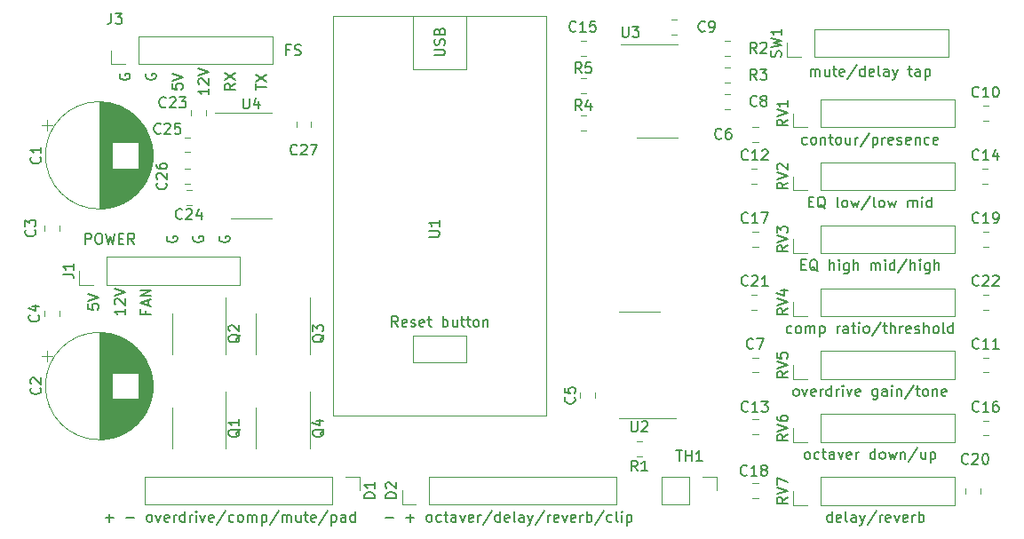
<source format=gto>
G04 #@! TF.GenerationSoftware,KiCad,Pcbnew,5.1.5-52549c5~84~ubuntu18.04.1*
G04 #@! TF.CreationDate,2020-03-25T21:31:25-04:00*
G04 #@! TF.ProjectId,control,636f6e74-726f-46c2-9e6b-696361645f70,rev?*
G04 #@! TF.SameCoordinates,Original*
G04 #@! TF.FileFunction,Legend,Top*
G04 #@! TF.FilePolarity,Positive*
%FSLAX46Y46*%
G04 Gerber Fmt 4.6, Leading zero omitted, Abs format (unit mm)*
G04 Created by KiCad (PCBNEW 5.1.5-52549c5~84~ubuntu18.04.1) date 2020-03-25 21:31:25*
%MOMM*%
%LPD*%
G04 APERTURE LIST*
%ADD10C,0.150000*%
%ADD11C,0.120000*%
G04 APERTURE END LIST*
D10*
X90333333Y-21452380D02*
X90333333Y-20785714D01*
X90333333Y-20880952D02*
X90380952Y-20833333D01*
X90476190Y-20785714D01*
X90619047Y-20785714D01*
X90714285Y-20833333D01*
X90761904Y-20928571D01*
X90761904Y-21452380D01*
X90761904Y-20928571D02*
X90809523Y-20833333D01*
X90904761Y-20785714D01*
X91047619Y-20785714D01*
X91142857Y-20833333D01*
X91190476Y-20928571D01*
X91190476Y-21452380D01*
X92095238Y-20785714D02*
X92095238Y-21452380D01*
X91666666Y-20785714D02*
X91666666Y-21309523D01*
X91714285Y-21404761D01*
X91809523Y-21452380D01*
X91952380Y-21452380D01*
X92047619Y-21404761D01*
X92095238Y-21357142D01*
X92428571Y-20785714D02*
X92809523Y-20785714D01*
X92571428Y-20452380D02*
X92571428Y-21309523D01*
X92619047Y-21404761D01*
X92714285Y-21452380D01*
X92809523Y-21452380D01*
X93523809Y-21404761D02*
X93428571Y-21452380D01*
X93238095Y-21452380D01*
X93142857Y-21404761D01*
X93095238Y-21309523D01*
X93095238Y-20928571D01*
X93142857Y-20833333D01*
X93238095Y-20785714D01*
X93428571Y-20785714D01*
X93523809Y-20833333D01*
X93571428Y-20928571D01*
X93571428Y-21023809D01*
X93095238Y-21119047D01*
X94714285Y-20404761D02*
X93857142Y-21690476D01*
X95476190Y-21452380D02*
X95476190Y-20452380D01*
X95476190Y-21404761D02*
X95380952Y-21452380D01*
X95190476Y-21452380D01*
X95095238Y-21404761D01*
X95047619Y-21357142D01*
X95000000Y-21261904D01*
X95000000Y-20976190D01*
X95047619Y-20880952D01*
X95095238Y-20833333D01*
X95190476Y-20785714D01*
X95380952Y-20785714D01*
X95476190Y-20833333D01*
X96333333Y-21404761D02*
X96238095Y-21452380D01*
X96047619Y-21452380D01*
X95952380Y-21404761D01*
X95904761Y-21309523D01*
X95904761Y-20928571D01*
X95952380Y-20833333D01*
X96047619Y-20785714D01*
X96238095Y-20785714D01*
X96333333Y-20833333D01*
X96380952Y-20928571D01*
X96380952Y-21023809D01*
X95904761Y-21119047D01*
X96952380Y-21452380D02*
X96857142Y-21404761D01*
X96809523Y-21309523D01*
X96809523Y-20452380D01*
X97761904Y-21452380D02*
X97761904Y-20928571D01*
X97714285Y-20833333D01*
X97619047Y-20785714D01*
X97428571Y-20785714D01*
X97333333Y-20833333D01*
X97761904Y-21404761D02*
X97666666Y-21452380D01*
X97428571Y-21452380D01*
X97333333Y-21404761D01*
X97285714Y-21309523D01*
X97285714Y-21214285D01*
X97333333Y-21119047D01*
X97428571Y-21071428D01*
X97666666Y-21071428D01*
X97761904Y-21023809D01*
X98142857Y-20785714D02*
X98380952Y-21452380D01*
X98619047Y-20785714D02*
X98380952Y-21452380D01*
X98285714Y-21690476D01*
X98238095Y-21738095D01*
X98142857Y-21785714D01*
X99619047Y-20785714D02*
X100000000Y-20785714D01*
X99761904Y-20452380D02*
X99761904Y-21309523D01*
X99809523Y-21404761D01*
X99904761Y-21452380D01*
X100000000Y-21452380D01*
X100761904Y-21452380D02*
X100761904Y-20928571D01*
X100714285Y-20833333D01*
X100619047Y-20785714D01*
X100428571Y-20785714D01*
X100333333Y-20833333D01*
X100761904Y-21404761D02*
X100666666Y-21452380D01*
X100428571Y-21452380D01*
X100333333Y-21404761D01*
X100285714Y-21309523D01*
X100285714Y-21214285D01*
X100333333Y-21119047D01*
X100428571Y-21071428D01*
X100666666Y-21071428D01*
X100761904Y-21023809D01*
X101238095Y-20785714D02*
X101238095Y-21785714D01*
X101238095Y-20833333D02*
X101333333Y-20785714D01*
X101523809Y-20785714D01*
X101619047Y-20833333D01*
X101666666Y-20880952D01*
X101714285Y-20976190D01*
X101714285Y-21261904D01*
X101666666Y-21357142D01*
X101619047Y-21404761D01*
X101523809Y-21452380D01*
X101333333Y-21452380D01*
X101238095Y-21404761D01*
X89976190Y-27904761D02*
X89880952Y-27952380D01*
X89690476Y-27952380D01*
X89595238Y-27904761D01*
X89547619Y-27857142D01*
X89500000Y-27761904D01*
X89500000Y-27476190D01*
X89547619Y-27380952D01*
X89595238Y-27333333D01*
X89690476Y-27285714D01*
X89880952Y-27285714D01*
X89976190Y-27333333D01*
X90547619Y-27952380D02*
X90452380Y-27904761D01*
X90404761Y-27857142D01*
X90357142Y-27761904D01*
X90357142Y-27476190D01*
X90404761Y-27380952D01*
X90452380Y-27333333D01*
X90547619Y-27285714D01*
X90690476Y-27285714D01*
X90785714Y-27333333D01*
X90833333Y-27380952D01*
X90880952Y-27476190D01*
X90880952Y-27761904D01*
X90833333Y-27857142D01*
X90785714Y-27904761D01*
X90690476Y-27952380D01*
X90547619Y-27952380D01*
X91309523Y-27285714D02*
X91309523Y-27952380D01*
X91309523Y-27380952D02*
X91357142Y-27333333D01*
X91452380Y-27285714D01*
X91595238Y-27285714D01*
X91690476Y-27333333D01*
X91738095Y-27428571D01*
X91738095Y-27952380D01*
X92071428Y-27285714D02*
X92452380Y-27285714D01*
X92214285Y-26952380D02*
X92214285Y-27809523D01*
X92261904Y-27904761D01*
X92357142Y-27952380D01*
X92452380Y-27952380D01*
X92928571Y-27952380D02*
X92833333Y-27904761D01*
X92785714Y-27857142D01*
X92738095Y-27761904D01*
X92738095Y-27476190D01*
X92785714Y-27380952D01*
X92833333Y-27333333D01*
X92928571Y-27285714D01*
X93071428Y-27285714D01*
X93166666Y-27333333D01*
X93214285Y-27380952D01*
X93261904Y-27476190D01*
X93261904Y-27761904D01*
X93214285Y-27857142D01*
X93166666Y-27904761D01*
X93071428Y-27952380D01*
X92928571Y-27952380D01*
X94119047Y-27285714D02*
X94119047Y-27952380D01*
X93690476Y-27285714D02*
X93690476Y-27809523D01*
X93738095Y-27904761D01*
X93833333Y-27952380D01*
X93976190Y-27952380D01*
X94071428Y-27904761D01*
X94119047Y-27857142D01*
X94595238Y-27952380D02*
X94595238Y-27285714D01*
X94595238Y-27476190D02*
X94642857Y-27380952D01*
X94690476Y-27333333D01*
X94785714Y-27285714D01*
X94880952Y-27285714D01*
X95928571Y-26904761D02*
X95071428Y-28190476D01*
X96261904Y-27285714D02*
X96261904Y-28285714D01*
X96261904Y-27333333D02*
X96357142Y-27285714D01*
X96547619Y-27285714D01*
X96642857Y-27333333D01*
X96690476Y-27380952D01*
X96738095Y-27476190D01*
X96738095Y-27761904D01*
X96690476Y-27857142D01*
X96642857Y-27904761D01*
X96547619Y-27952380D01*
X96357142Y-27952380D01*
X96261904Y-27904761D01*
X97166666Y-27952380D02*
X97166666Y-27285714D01*
X97166666Y-27476190D02*
X97214285Y-27380952D01*
X97261904Y-27333333D01*
X97357142Y-27285714D01*
X97452380Y-27285714D01*
X98166666Y-27904761D02*
X98071428Y-27952380D01*
X97880952Y-27952380D01*
X97785714Y-27904761D01*
X97738095Y-27809523D01*
X97738095Y-27428571D01*
X97785714Y-27333333D01*
X97880952Y-27285714D01*
X98071428Y-27285714D01*
X98166666Y-27333333D01*
X98214285Y-27428571D01*
X98214285Y-27523809D01*
X97738095Y-27619047D01*
X98595238Y-27904761D02*
X98690476Y-27952380D01*
X98880952Y-27952380D01*
X98976190Y-27904761D01*
X99023809Y-27809523D01*
X99023809Y-27761904D01*
X98976190Y-27666666D01*
X98880952Y-27619047D01*
X98738095Y-27619047D01*
X98642857Y-27571428D01*
X98595238Y-27476190D01*
X98595238Y-27428571D01*
X98642857Y-27333333D01*
X98738095Y-27285714D01*
X98880952Y-27285714D01*
X98976190Y-27333333D01*
X99833333Y-27904761D02*
X99738095Y-27952380D01*
X99547619Y-27952380D01*
X99452380Y-27904761D01*
X99404761Y-27809523D01*
X99404761Y-27428571D01*
X99452380Y-27333333D01*
X99547619Y-27285714D01*
X99738095Y-27285714D01*
X99833333Y-27333333D01*
X99880952Y-27428571D01*
X99880952Y-27523809D01*
X99404761Y-27619047D01*
X100309523Y-27285714D02*
X100309523Y-27952380D01*
X100309523Y-27380952D02*
X100357142Y-27333333D01*
X100452380Y-27285714D01*
X100595238Y-27285714D01*
X100690476Y-27333333D01*
X100738095Y-27428571D01*
X100738095Y-27952380D01*
X101642857Y-27904761D02*
X101547619Y-27952380D01*
X101357142Y-27952380D01*
X101261904Y-27904761D01*
X101214285Y-27857142D01*
X101166666Y-27761904D01*
X101166666Y-27476190D01*
X101214285Y-27380952D01*
X101261904Y-27333333D01*
X101357142Y-27285714D01*
X101547619Y-27285714D01*
X101642857Y-27333333D01*
X102452380Y-27904761D02*
X102357142Y-27952380D01*
X102166666Y-27952380D01*
X102071428Y-27904761D01*
X102023809Y-27809523D01*
X102023809Y-27428571D01*
X102071428Y-27333333D01*
X102166666Y-27285714D01*
X102357142Y-27285714D01*
X102452380Y-27333333D01*
X102500000Y-27428571D01*
X102500000Y-27523809D01*
X102023809Y-27619047D01*
X90142857Y-33428571D02*
X90476190Y-33428571D01*
X90619047Y-33952380D02*
X90142857Y-33952380D01*
X90142857Y-32952380D01*
X90619047Y-32952380D01*
X91714285Y-34047619D02*
X91619047Y-34000000D01*
X91523809Y-33904761D01*
X91380952Y-33761904D01*
X91285714Y-33714285D01*
X91190476Y-33714285D01*
X91238095Y-33952380D02*
X91142857Y-33904761D01*
X91047619Y-33809523D01*
X91000000Y-33619047D01*
X91000000Y-33285714D01*
X91047619Y-33095238D01*
X91142857Y-33000000D01*
X91238095Y-32952380D01*
X91428571Y-32952380D01*
X91523809Y-33000000D01*
X91619047Y-33095238D01*
X91666666Y-33285714D01*
X91666666Y-33619047D01*
X91619047Y-33809523D01*
X91523809Y-33904761D01*
X91428571Y-33952380D01*
X91238095Y-33952380D01*
X93000000Y-33952380D02*
X92904761Y-33904761D01*
X92857142Y-33809523D01*
X92857142Y-32952380D01*
X93523809Y-33952380D02*
X93428571Y-33904761D01*
X93380952Y-33857142D01*
X93333333Y-33761904D01*
X93333333Y-33476190D01*
X93380952Y-33380952D01*
X93428571Y-33333333D01*
X93523809Y-33285714D01*
X93666666Y-33285714D01*
X93761904Y-33333333D01*
X93809523Y-33380952D01*
X93857142Y-33476190D01*
X93857142Y-33761904D01*
X93809523Y-33857142D01*
X93761904Y-33904761D01*
X93666666Y-33952380D01*
X93523809Y-33952380D01*
X94190476Y-33285714D02*
X94380952Y-33952380D01*
X94571428Y-33476190D01*
X94761904Y-33952380D01*
X94952380Y-33285714D01*
X96047619Y-32904761D02*
X95190476Y-34190476D01*
X96523809Y-33952380D02*
X96428571Y-33904761D01*
X96380952Y-33809523D01*
X96380952Y-32952380D01*
X97047619Y-33952380D02*
X96952380Y-33904761D01*
X96904761Y-33857142D01*
X96857142Y-33761904D01*
X96857142Y-33476190D01*
X96904761Y-33380952D01*
X96952380Y-33333333D01*
X97047619Y-33285714D01*
X97190476Y-33285714D01*
X97285714Y-33333333D01*
X97333333Y-33380952D01*
X97380952Y-33476190D01*
X97380952Y-33761904D01*
X97333333Y-33857142D01*
X97285714Y-33904761D01*
X97190476Y-33952380D01*
X97047619Y-33952380D01*
X97714285Y-33285714D02*
X97904761Y-33952380D01*
X98095238Y-33476190D01*
X98285714Y-33952380D01*
X98476190Y-33285714D01*
X99619047Y-33952380D02*
X99619047Y-33285714D01*
X99619047Y-33380952D02*
X99666666Y-33333333D01*
X99761904Y-33285714D01*
X99904761Y-33285714D01*
X100000000Y-33333333D01*
X100047619Y-33428571D01*
X100047619Y-33952380D01*
X100047619Y-33428571D02*
X100095238Y-33333333D01*
X100190476Y-33285714D01*
X100333333Y-33285714D01*
X100428571Y-33333333D01*
X100476190Y-33428571D01*
X100476190Y-33952380D01*
X100952380Y-33952380D02*
X100952380Y-33285714D01*
X100952380Y-32952380D02*
X100904761Y-33000000D01*
X100952380Y-33047619D01*
X101000000Y-33000000D01*
X100952380Y-32952380D01*
X100952380Y-33047619D01*
X101857142Y-33952380D02*
X101857142Y-32952380D01*
X101857142Y-33904761D02*
X101761904Y-33952380D01*
X101571428Y-33952380D01*
X101476190Y-33904761D01*
X101428571Y-33857142D01*
X101380952Y-33761904D01*
X101380952Y-33476190D01*
X101428571Y-33380952D01*
X101476190Y-33333333D01*
X101571428Y-33285714D01*
X101761904Y-33285714D01*
X101857142Y-33333333D01*
X89428571Y-39428571D02*
X89761904Y-39428571D01*
X89904761Y-39952380D02*
X89428571Y-39952380D01*
X89428571Y-38952380D01*
X89904761Y-38952380D01*
X91000000Y-40047619D02*
X90904761Y-40000000D01*
X90809523Y-39904761D01*
X90666666Y-39761904D01*
X90571428Y-39714285D01*
X90476190Y-39714285D01*
X90523809Y-39952380D02*
X90428571Y-39904761D01*
X90333333Y-39809523D01*
X90285714Y-39619047D01*
X90285714Y-39285714D01*
X90333333Y-39095238D01*
X90428571Y-39000000D01*
X90523809Y-38952380D01*
X90714285Y-38952380D01*
X90809523Y-39000000D01*
X90904761Y-39095238D01*
X90952380Y-39285714D01*
X90952380Y-39619047D01*
X90904761Y-39809523D01*
X90809523Y-39904761D01*
X90714285Y-39952380D01*
X90523809Y-39952380D01*
X92142857Y-39952380D02*
X92142857Y-38952380D01*
X92571428Y-39952380D02*
X92571428Y-39428571D01*
X92523809Y-39333333D01*
X92428571Y-39285714D01*
X92285714Y-39285714D01*
X92190476Y-39333333D01*
X92142857Y-39380952D01*
X93047619Y-39952380D02*
X93047619Y-39285714D01*
X93047619Y-38952380D02*
X93000000Y-39000000D01*
X93047619Y-39047619D01*
X93095238Y-39000000D01*
X93047619Y-38952380D01*
X93047619Y-39047619D01*
X93952380Y-39285714D02*
X93952380Y-40095238D01*
X93904761Y-40190476D01*
X93857142Y-40238095D01*
X93761904Y-40285714D01*
X93619047Y-40285714D01*
X93523809Y-40238095D01*
X93952380Y-39904761D02*
X93857142Y-39952380D01*
X93666666Y-39952380D01*
X93571428Y-39904761D01*
X93523809Y-39857142D01*
X93476190Y-39761904D01*
X93476190Y-39476190D01*
X93523809Y-39380952D01*
X93571428Y-39333333D01*
X93666666Y-39285714D01*
X93857142Y-39285714D01*
X93952380Y-39333333D01*
X94428571Y-39952380D02*
X94428571Y-38952380D01*
X94857142Y-39952380D02*
X94857142Y-39428571D01*
X94809523Y-39333333D01*
X94714285Y-39285714D01*
X94571428Y-39285714D01*
X94476190Y-39333333D01*
X94428571Y-39380952D01*
X96095238Y-39952380D02*
X96095238Y-39285714D01*
X96095238Y-39380952D02*
X96142857Y-39333333D01*
X96238095Y-39285714D01*
X96380952Y-39285714D01*
X96476190Y-39333333D01*
X96523809Y-39428571D01*
X96523809Y-39952380D01*
X96523809Y-39428571D02*
X96571428Y-39333333D01*
X96666666Y-39285714D01*
X96809523Y-39285714D01*
X96904761Y-39333333D01*
X96952380Y-39428571D01*
X96952380Y-39952380D01*
X97428571Y-39952380D02*
X97428571Y-39285714D01*
X97428571Y-38952380D02*
X97380952Y-39000000D01*
X97428571Y-39047619D01*
X97476190Y-39000000D01*
X97428571Y-38952380D01*
X97428571Y-39047619D01*
X98333333Y-39952380D02*
X98333333Y-38952380D01*
X98333333Y-39904761D02*
X98238095Y-39952380D01*
X98047619Y-39952380D01*
X97952380Y-39904761D01*
X97904761Y-39857142D01*
X97857142Y-39761904D01*
X97857142Y-39476190D01*
X97904761Y-39380952D01*
X97952380Y-39333333D01*
X98047619Y-39285714D01*
X98238095Y-39285714D01*
X98333333Y-39333333D01*
X99523809Y-38904761D02*
X98666666Y-40190476D01*
X99857142Y-39952380D02*
X99857142Y-38952380D01*
X100285714Y-39952380D02*
X100285714Y-39428571D01*
X100238095Y-39333333D01*
X100142857Y-39285714D01*
X100000000Y-39285714D01*
X99904761Y-39333333D01*
X99857142Y-39380952D01*
X100761904Y-39952380D02*
X100761904Y-39285714D01*
X100761904Y-38952380D02*
X100714285Y-39000000D01*
X100761904Y-39047619D01*
X100809523Y-39000000D01*
X100761904Y-38952380D01*
X100761904Y-39047619D01*
X101666666Y-39285714D02*
X101666666Y-40095238D01*
X101619047Y-40190476D01*
X101571428Y-40238095D01*
X101476190Y-40285714D01*
X101333333Y-40285714D01*
X101238095Y-40238095D01*
X101666666Y-39904761D02*
X101571428Y-39952380D01*
X101380952Y-39952380D01*
X101285714Y-39904761D01*
X101238095Y-39857142D01*
X101190476Y-39761904D01*
X101190476Y-39476190D01*
X101238095Y-39380952D01*
X101285714Y-39333333D01*
X101380952Y-39285714D01*
X101571428Y-39285714D01*
X101666666Y-39333333D01*
X102142857Y-39952380D02*
X102142857Y-38952380D01*
X102571428Y-39952380D02*
X102571428Y-39428571D01*
X102523809Y-39333333D01*
X102428571Y-39285714D01*
X102285714Y-39285714D01*
X102190476Y-39333333D01*
X102142857Y-39380952D01*
X88523809Y-45904761D02*
X88428571Y-45952380D01*
X88238095Y-45952380D01*
X88142857Y-45904761D01*
X88095238Y-45857142D01*
X88047619Y-45761904D01*
X88047619Y-45476190D01*
X88095238Y-45380952D01*
X88142857Y-45333333D01*
X88238095Y-45285714D01*
X88428571Y-45285714D01*
X88523809Y-45333333D01*
X89095238Y-45952380D02*
X89000000Y-45904761D01*
X88952380Y-45857142D01*
X88904761Y-45761904D01*
X88904761Y-45476190D01*
X88952380Y-45380952D01*
X89000000Y-45333333D01*
X89095238Y-45285714D01*
X89238095Y-45285714D01*
X89333333Y-45333333D01*
X89380952Y-45380952D01*
X89428571Y-45476190D01*
X89428571Y-45761904D01*
X89380952Y-45857142D01*
X89333333Y-45904761D01*
X89238095Y-45952380D01*
X89095238Y-45952380D01*
X89857142Y-45952380D02*
X89857142Y-45285714D01*
X89857142Y-45380952D02*
X89904761Y-45333333D01*
X90000000Y-45285714D01*
X90142857Y-45285714D01*
X90238095Y-45333333D01*
X90285714Y-45428571D01*
X90285714Y-45952380D01*
X90285714Y-45428571D02*
X90333333Y-45333333D01*
X90428571Y-45285714D01*
X90571428Y-45285714D01*
X90666666Y-45333333D01*
X90714285Y-45428571D01*
X90714285Y-45952380D01*
X91190476Y-45285714D02*
X91190476Y-46285714D01*
X91190476Y-45333333D02*
X91285714Y-45285714D01*
X91476190Y-45285714D01*
X91571428Y-45333333D01*
X91619047Y-45380952D01*
X91666666Y-45476190D01*
X91666666Y-45761904D01*
X91619047Y-45857142D01*
X91571428Y-45904761D01*
X91476190Y-45952380D01*
X91285714Y-45952380D01*
X91190476Y-45904761D01*
X92857142Y-45952380D02*
X92857142Y-45285714D01*
X92857142Y-45476190D02*
X92904761Y-45380952D01*
X92952380Y-45333333D01*
X93047619Y-45285714D01*
X93142857Y-45285714D01*
X93904761Y-45952380D02*
X93904761Y-45428571D01*
X93857142Y-45333333D01*
X93761904Y-45285714D01*
X93571428Y-45285714D01*
X93476190Y-45333333D01*
X93904761Y-45904761D02*
X93809523Y-45952380D01*
X93571428Y-45952380D01*
X93476190Y-45904761D01*
X93428571Y-45809523D01*
X93428571Y-45714285D01*
X93476190Y-45619047D01*
X93571428Y-45571428D01*
X93809523Y-45571428D01*
X93904761Y-45523809D01*
X94238095Y-45285714D02*
X94619047Y-45285714D01*
X94380952Y-44952380D02*
X94380952Y-45809523D01*
X94428571Y-45904761D01*
X94523809Y-45952380D01*
X94619047Y-45952380D01*
X94952380Y-45952380D02*
X94952380Y-45285714D01*
X94952380Y-44952380D02*
X94904761Y-45000000D01*
X94952380Y-45047619D01*
X95000000Y-45000000D01*
X94952380Y-44952380D01*
X94952380Y-45047619D01*
X95571428Y-45952380D02*
X95476190Y-45904761D01*
X95428571Y-45857142D01*
X95380952Y-45761904D01*
X95380952Y-45476190D01*
X95428571Y-45380952D01*
X95476190Y-45333333D01*
X95571428Y-45285714D01*
X95714285Y-45285714D01*
X95809523Y-45333333D01*
X95857142Y-45380952D01*
X95904761Y-45476190D01*
X95904761Y-45761904D01*
X95857142Y-45857142D01*
X95809523Y-45904761D01*
X95714285Y-45952380D01*
X95571428Y-45952380D01*
X97047619Y-44904761D02*
X96190476Y-46190476D01*
X97238095Y-45285714D02*
X97619047Y-45285714D01*
X97380952Y-44952380D02*
X97380952Y-45809523D01*
X97428571Y-45904761D01*
X97523809Y-45952380D01*
X97619047Y-45952380D01*
X97952380Y-45952380D02*
X97952380Y-44952380D01*
X98380952Y-45952380D02*
X98380952Y-45428571D01*
X98333333Y-45333333D01*
X98238095Y-45285714D01*
X98095238Y-45285714D01*
X98000000Y-45333333D01*
X97952380Y-45380952D01*
X98857142Y-45952380D02*
X98857142Y-45285714D01*
X98857142Y-45476190D02*
X98904761Y-45380952D01*
X98952380Y-45333333D01*
X99047619Y-45285714D01*
X99142857Y-45285714D01*
X99857142Y-45904761D02*
X99761904Y-45952380D01*
X99571428Y-45952380D01*
X99476190Y-45904761D01*
X99428571Y-45809523D01*
X99428571Y-45428571D01*
X99476190Y-45333333D01*
X99571428Y-45285714D01*
X99761904Y-45285714D01*
X99857142Y-45333333D01*
X99904761Y-45428571D01*
X99904761Y-45523809D01*
X99428571Y-45619047D01*
X100285714Y-45904761D02*
X100380952Y-45952380D01*
X100571428Y-45952380D01*
X100666666Y-45904761D01*
X100714285Y-45809523D01*
X100714285Y-45761904D01*
X100666666Y-45666666D01*
X100571428Y-45619047D01*
X100428571Y-45619047D01*
X100333333Y-45571428D01*
X100285714Y-45476190D01*
X100285714Y-45428571D01*
X100333333Y-45333333D01*
X100428571Y-45285714D01*
X100571428Y-45285714D01*
X100666666Y-45333333D01*
X101142857Y-45952380D02*
X101142857Y-44952380D01*
X101571428Y-45952380D02*
X101571428Y-45428571D01*
X101523809Y-45333333D01*
X101428571Y-45285714D01*
X101285714Y-45285714D01*
X101190476Y-45333333D01*
X101142857Y-45380952D01*
X102190476Y-45952380D02*
X102095238Y-45904761D01*
X102047619Y-45857142D01*
X102000000Y-45761904D01*
X102000000Y-45476190D01*
X102047619Y-45380952D01*
X102095238Y-45333333D01*
X102190476Y-45285714D01*
X102333333Y-45285714D01*
X102428571Y-45333333D01*
X102476190Y-45380952D01*
X102523809Y-45476190D01*
X102523809Y-45761904D01*
X102476190Y-45857142D01*
X102428571Y-45904761D01*
X102333333Y-45952380D01*
X102190476Y-45952380D01*
X103095238Y-45952380D02*
X103000000Y-45904761D01*
X102952380Y-45809523D01*
X102952380Y-44952380D01*
X103904761Y-45952380D02*
X103904761Y-44952380D01*
X103904761Y-45904761D02*
X103809523Y-45952380D01*
X103619047Y-45952380D01*
X103523809Y-45904761D01*
X103476190Y-45857142D01*
X103428571Y-45761904D01*
X103428571Y-45476190D01*
X103476190Y-45380952D01*
X103523809Y-45333333D01*
X103619047Y-45285714D01*
X103809523Y-45285714D01*
X103904761Y-45333333D01*
X88880952Y-51952380D02*
X88785714Y-51904761D01*
X88738095Y-51857142D01*
X88690476Y-51761904D01*
X88690476Y-51476190D01*
X88738095Y-51380952D01*
X88785714Y-51333333D01*
X88880952Y-51285714D01*
X89023809Y-51285714D01*
X89119047Y-51333333D01*
X89166666Y-51380952D01*
X89214285Y-51476190D01*
X89214285Y-51761904D01*
X89166666Y-51857142D01*
X89119047Y-51904761D01*
X89023809Y-51952380D01*
X88880952Y-51952380D01*
X89547619Y-51285714D02*
X89785714Y-51952380D01*
X90023809Y-51285714D01*
X90785714Y-51904761D02*
X90690476Y-51952380D01*
X90500000Y-51952380D01*
X90404761Y-51904761D01*
X90357142Y-51809523D01*
X90357142Y-51428571D01*
X90404761Y-51333333D01*
X90500000Y-51285714D01*
X90690476Y-51285714D01*
X90785714Y-51333333D01*
X90833333Y-51428571D01*
X90833333Y-51523809D01*
X90357142Y-51619047D01*
X91261904Y-51952380D02*
X91261904Y-51285714D01*
X91261904Y-51476190D02*
X91309523Y-51380952D01*
X91357142Y-51333333D01*
X91452380Y-51285714D01*
X91547619Y-51285714D01*
X92309523Y-51952380D02*
X92309523Y-50952380D01*
X92309523Y-51904761D02*
X92214285Y-51952380D01*
X92023809Y-51952380D01*
X91928571Y-51904761D01*
X91880952Y-51857142D01*
X91833333Y-51761904D01*
X91833333Y-51476190D01*
X91880952Y-51380952D01*
X91928571Y-51333333D01*
X92023809Y-51285714D01*
X92214285Y-51285714D01*
X92309523Y-51333333D01*
X92785714Y-51952380D02*
X92785714Y-51285714D01*
X92785714Y-51476190D02*
X92833333Y-51380952D01*
X92880952Y-51333333D01*
X92976190Y-51285714D01*
X93071428Y-51285714D01*
X93404761Y-51952380D02*
X93404761Y-51285714D01*
X93404761Y-50952380D02*
X93357142Y-51000000D01*
X93404761Y-51047619D01*
X93452380Y-51000000D01*
X93404761Y-50952380D01*
X93404761Y-51047619D01*
X93785714Y-51285714D02*
X94023809Y-51952380D01*
X94261904Y-51285714D01*
X95023809Y-51904761D02*
X94928571Y-51952380D01*
X94738095Y-51952380D01*
X94642857Y-51904761D01*
X94595238Y-51809523D01*
X94595238Y-51428571D01*
X94642857Y-51333333D01*
X94738095Y-51285714D01*
X94928571Y-51285714D01*
X95023809Y-51333333D01*
X95071428Y-51428571D01*
X95071428Y-51523809D01*
X94595238Y-51619047D01*
X96690476Y-51285714D02*
X96690476Y-52095238D01*
X96642857Y-52190476D01*
X96595238Y-52238095D01*
X96500000Y-52285714D01*
X96357142Y-52285714D01*
X96261904Y-52238095D01*
X96690476Y-51904761D02*
X96595238Y-51952380D01*
X96404761Y-51952380D01*
X96309523Y-51904761D01*
X96261904Y-51857142D01*
X96214285Y-51761904D01*
X96214285Y-51476190D01*
X96261904Y-51380952D01*
X96309523Y-51333333D01*
X96404761Y-51285714D01*
X96595238Y-51285714D01*
X96690476Y-51333333D01*
X97595238Y-51952380D02*
X97595238Y-51428571D01*
X97547619Y-51333333D01*
X97452380Y-51285714D01*
X97261904Y-51285714D01*
X97166666Y-51333333D01*
X97595238Y-51904761D02*
X97500000Y-51952380D01*
X97261904Y-51952380D01*
X97166666Y-51904761D01*
X97119047Y-51809523D01*
X97119047Y-51714285D01*
X97166666Y-51619047D01*
X97261904Y-51571428D01*
X97500000Y-51571428D01*
X97595238Y-51523809D01*
X98071428Y-51952380D02*
X98071428Y-51285714D01*
X98071428Y-50952380D02*
X98023809Y-51000000D01*
X98071428Y-51047619D01*
X98119047Y-51000000D01*
X98071428Y-50952380D01*
X98071428Y-51047619D01*
X98547619Y-51285714D02*
X98547619Y-51952380D01*
X98547619Y-51380952D02*
X98595238Y-51333333D01*
X98690476Y-51285714D01*
X98833333Y-51285714D01*
X98928571Y-51333333D01*
X98976190Y-51428571D01*
X98976190Y-51952380D01*
X100166666Y-50904761D02*
X99309523Y-52190476D01*
X100357142Y-51285714D02*
X100738095Y-51285714D01*
X100500000Y-50952380D02*
X100500000Y-51809523D01*
X100547619Y-51904761D01*
X100642857Y-51952380D01*
X100738095Y-51952380D01*
X101214285Y-51952380D02*
X101119047Y-51904761D01*
X101071428Y-51857142D01*
X101023809Y-51761904D01*
X101023809Y-51476190D01*
X101071428Y-51380952D01*
X101119047Y-51333333D01*
X101214285Y-51285714D01*
X101357142Y-51285714D01*
X101452380Y-51333333D01*
X101500000Y-51380952D01*
X101547619Y-51476190D01*
X101547619Y-51761904D01*
X101500000Y-51857142D01*
X101452380Y-51904761D01*
X101357142Y-51952380D01*
X101214285Y-51952380D01*
X101976190Y-51285714D02*
X101976190Y-51952380D01*
X101976190Y-51380952D02*
X102023809Y-51333333D01*
X102119047Y-51285714D01*
X102261904Y-51285714D01*
X102357142Y-51333333D01*
X102404761Y-51428571D01*
X102404761Y-51952380D01*
X103261904Y-51904761D02*
X103166666Y-51952380D01*
X102976190Y-51952380D01*
X102880952Y-51904761D01*
X102833333Y-51809523D01*
X102833333Y-51428571D01*
X102880952Y-51333333D01*
X102976190Y-51285714D01*
X103166666Y-51285714D01*
X103261904Y-51333333D01*
X103309523Y-51428571D01*
X103309523Y-51523809D01*
X102833333Y-51619047D01*
X89952380Y-57952380D02*
X89857142Y-57904761D01*
X89809523Y-57857142D01*
X89761904Y-57761904D01*
X89761904Y-57476190D01*
X89809523Y-57380952D01*
X89857142Y-57333333D01*
X89952380Y-57285714D01*
X90095238Y-57285714D01*
X90190476Y-57333333D01*
X90238095Y-57380952D01*
X90285714Y-57476190D01*
X90285714Y-57761904D01*
X90238095Y-57857142D01*
X90190476Y-57904761D01*
X90095238Y-57952380D01*
X89952380Y-57952380D01*
X91142857Y-57904761D02*
X91047619Y-57952380D01*
X90857142Y-57952380D01*
X90761904Y-57904761D01*
X90714285Y-57857142D01*
X90666666Y-57761904D01*
X90666666Y-57476190D01*
X90714285Y-57380952D01*
X90761904Y-57333333D01*
X90857142Y-57285714D01*
X91047619Y-57285714D01*
X91142857Y-57333333D01*
X91428571Y-57285714D02*
X91809523Y-57285714D01*
X91571428Y-56952380D02*
X91571428Y-57809523D01*
X91619047Y-57904761D01*
X91714285Y-57952380D01*
X91809523Y-57952380D01*
X92571428Y-57952380D02*
X92571428Y-57428571D01*
X92523809Y-57333333D01*
X92428571Y-57285714D01*
X92238095Y-57285714D01*
X92142857Y-57333333D01*
X92571428Y-57904761D02*
X92476190Y-57952380D01*
X92238095Y-57952380D01*
X92142857Y-57904761D01*
X92095238Y-57809523D01*
X92095238Y-57714285D01*
X92142857Y-57619047D01*
X92238095Y-57571428D01*
X92476190Y-57571428D01*
X92571428Y-57523809D01*
X92952380Y-57285714D02*
X93190476Y-57952380D01*
X93428571Y-57285714D01*
X94190476Y-57904761D02*
X94095238Y-57952380D01*
X93904761Y-57952380D01*
X93809523Y-57904761D01*
X93761904Y-57809523D01*
X93761904Y-57428571D01*
X93809523Y-57333333D01*
X93904761Y-57285714D01*
X94095238Y-57285714D01*
X94190476Y-57333333D01*
X94238095Y-57428571D01*
X94238095Y-57523809D01*
X93761904Y-57619047D01*
X94666666Y-57952380D02*
X94666666Y-57285714D01*
X94666666Y-57476190D02*
X94714285Y-57380952D01*
X94761904Y-57333333D01*
X94857142Y-57285714D01*
X94952380Y-57285714D01*
X96476190Y-57952380D02*
X96476190Y-56952380D01*
X96476190Y-57904761D02*
X96380952Y-57952380D01*
X96190476Y-57952380D01*
X96095238Y-57904761D01*
X96047619Y-57857142D01*
X96000000Y-57761904D01*
X96000000Y-57476190D01*
X96047619Y-57380952D01*
X96095238Y-57333333D01*
X96190476Y-57285714D01*
X96380952Y-57285714D01*
X96476190Y-57333333D01*
X97095238Y-57952380D02*
X97000000Y-57904761D01*
X96952380Y-57857142D01*
X96904761Y-57761904D01*
X96904761Y-57476190D01*
X96952380Y-57380952D01*
X97000000Y-57333333D01*
X97095238Y-57285714D01*
X97238095Y-57285714D01*
X97333333Y-57333333D01*
X97380952Y-57380952D01*
X97428571Y-57476190D01*
X97428571Y-57761904D01*
X97380952Y-57857142D01*
X97333333Y-57904761D01*
X97238095Y-57952380D01*
X97095238Y-57952380D01*
X97761904Y-57285714D02*
X97952380Y-57952380D01*
X98142857Y-57476190D01*
X98333333Y-57952380D01*
X98523809Y-57285714D01*
X98904761Y-57285714D02*
X98904761Y-57952380D01*
X98904761Y-57380952D02*
X98952380Y-57333333D01*
X99047619Y-57285714D01*
X99190476Y-57285714D01*
X99285714Y-57333333D01*
X99333333Y-57428571D01*
X99333333Y-57952380D01*
X100523809Y-56904761D02*
X99666666Y-58190476D01*
X101285714Y-57285714D02*
X101285714Y-57952380D01*
X100857142Y-57285714D02*
X100857142Y-57809523D01*
X100904761Y-57904761D01*
X101000000Y-57952380D01*
X101142857Y-57952380D01*
X101238095Y-57904761D01*
X101285714Y-57857142D01*
X101761904Y-57285714D02*
X101761904Y-58285714D01*
X101761904Y-57333333D02*
X101857142Y-57285714D01*
X102047619Y-57285714D01*
X102142857Y-57333333D01*
X102190476Y-57380952D01*
X102238095Y-57476190D01*
X102238095Y-57761904D01*
X102190476Y-57857142D01*
X102142857Y-57904761D01*
X102047619Y-57952380D01*
X101857142Y-57952380D01*
X101761904Y-57904761D01*
X92357142Y-63952380D02*
X92357142Y-62952380D01*
X92357142Y-63904761D02*
X92261904Y-63952380D01*
X92071428Y-63952380D01*
X91976190Y-63904761D01*
X91928571Y-63857142D01*
X91880952Y-63761904D01*
X91880952Y-63476190D01*
X91928571Y-63380952D01*
X91976190Y-63333333D01*
X92071428Y-63285714D01*
X92261904Y-63285714D01*
X92357142Y-63333333D01*
X93214285Y-63904761D02*
X93119047Y-63952380D01*
X92928571Y-63952380D01*
X92833333Y-63904761D01*
X92785714Y-63809523D01*
X92785714Y-63428571D01*
X92833333Y-63333333D01*
X92928571Y-63285714D01*
X93119047Y-63285714D01*
X93214285Y-63333333D01*
X93261904Y-63428571D01*
X93261904Y-63523809D01*
X92785714Y-63619047D01*
X93833333Y-63952380D02*
X93738095Y-63904761D01*
X93690476Y-63809523D01*
X93690476Y-62952380D01*
X94642857Y-63952380D02*
X94642857Y-63428571D01*
X94595238Y-63333333D01*
X94500000Y-63285714D01*
X94309523Y-63285714D01*
X94214285Y-63333333D01*
X94642857Y-63904761D02*
X94547619Y-63952380D01*
X94309523Y-63952380D01*
X94214285Y-63904761D01*
X94166666Y-63809523D01*
X94166666Y-63714285D01*
X94214285Y-63619047D01*
X94309523Y-63571428D01*
X94547619Y-63571428D01*
X94642857Y-63523809D01*
X95023809Y-63285714D02*
X95261904Y-63952380D01*
X95500000Y-63285714D02*
X95261904Y-63952380D01*
X95166666Y-64190476D01*
X95119047Y-64238095D01*
X95023809Y-64285714D01*
X96595238Y-62904761D02*
X95738095Y-64190476D01*
X96928571Y-63952380D02*
X96928571Y-63285714D01*
X96928571Y-63476190D02*
X96976190Y-63380952D01*
X97023809Y-63333333D01*
X97119047Y-63285714D01*
X97214285Y-63285714D01*
X97928571Y-63904761D02*
X97833333Y-63952380D01*
X97642857Y-63952380D01*
X97547619Y-63904761D01*
X97500000Y-63809523D01*
X97500000Y-63428571D01*
X97547619Y-63333333D01*
X97642857Y-63285714D01*
X97833333Y-63285714D01*
X97928571Y-63333333D01*
X97976190Y-63428571D01*
X97976190Y-63523809D01*
X97500000Y-63619047D01*
X98309523Y-63285714D02*
X98547619Y-63952380D01*
X98785714Y-63285714D01*
X99547619Y-63904761D02*
X99452380Y-63952380D01*
X99261904Y-63952380D01*
X99166666Y-63904761D01*
X99119047Y-63809523D01*
X99119047Y-63428571D01*
X99166666Y-63333333D01*
X99261904Y-63285714D01*
X99452380Y-63285714D01*
X99547619Y-63333333D01*
X99595238Y-63428571D01*
X99595238Y-63523809D01*
X99119047Y-63619047D01*
X100023809Y-63952380D02*
X100023809Y-63285714D01*
X100023809Y-63476190D02*
X100071428Y-63380952D01*
X100119047Y-63333333D01*
X100214285Y-63285714D01*
X100309523Y-63285714D01*
X100642857Y-63952380D02*
X100642857Y-62952380D01*
X100642857Y-63333333D02*
X100738095Y-63285714D01*
X100928571Y-63285714D01*
X101023809Y-63333333D01*
X101071428Y-63380952D01*
X101119047Y-63476190D01*
X101119047Y-63761904D01*
X101071428Y-63857142D01*
X101023809Y-63904761D01*
X100928571Y-63952380D01*
X100738095Y-63952380D01*
X100642857Y-63904761D01*
X49761904Y-63571428D02*
X50523809Y-63571428D01*
X51761904Y-63571428D02*
X52523809Y-63571428D01*
X52142857Y-63952380D02*
X52142857Y-63190476D01*
X53904761Y-63952380D02*
X53809523Y-63904761D01*
X53761904Y-63857142D01*
X53714285Y-63761904D01*
X53714285Y-63476190D01*
X53761904Y-63380952D01*
X53809523Y-63333333D01*
X53904761Y-63285714D01*
X54047619Y-63285714D01*
X54142857Y-63333333D01*
X54190476Y-63380952D01*
X54238095Y-63476190D01*
X54238095Y-63761904D01*
X54190476Y-63857142D01*
X54142857Y-63904761D01*
X54047619Y-63952380D01*
X53904761Y-63952380D01*
X55095238Y-63904761D02*
X55000000Y-63952380D01*
X54809523Y-63952380D01*
X54714285Y-63904761D01*
X54666666Y-63857142D01*
X54619047Y-63761904D01*
X54619047Y-63476190D01*
X54666666Y-63380952D01*
X54714285Y-63333333D01*
X54809523Y-63285714D01*
X55000000Y-63285714D01*
X55095238Y-63333333D01*
X55380952Y-63285714D02*
X55761904Y-63285714D01*
X55523809Y-62952380D02*
X55523809Y-63809523D01*
X55571428Y-63904761D01*
X55666666Y-63952380D01*
X55761904Y-63952380D01*
X56523809Y-63952380D02*
X56523809Y-63428571D01*
X56476190Y-63333333D01*
X56380952Y-63285714D01*
X56190476Y-63285714D01*
X56095238Y-63333333D01*
X56523809Y-63904761D02*
X56428571Y-63952380D01*
X56190476Y-63952380D01*
X56095238Y-63904761D01*
X56047619Y-63809523D01*
X56047619Y-63714285D01*
X56095238Y-63619047D01*
X56190476Y-63571428D01*
X56428571Y-63571428D01*
X56523809Y-63523809D01*
X56904761Y-63285714D02*
X57142857Y-63952380D01*
X57380952Y-63285714D01*
X58142857Y-63904761D02*
X58047619Y-63952380D01*
X57857142Y-63952380D01*
X57761904Y-63904761D01*
X57714285Y-63809523D01*
X57714285Y-63428571D01*
X57761904Y-63333333D01*
X57857142Y-63285714D01*
X58047619Y-63285714D01*
X58142857Y-63333333D01*
X58190476Y-63428571D01*
X58190476Y-63523809D01*
X57714285Y-63619047D01*
X58619047Y-63952380D02*
X58619047Y-63285714D01*
X58619047Y-63476190D02*
X58666666Y-63380952D01*
X58714285Y-63333333D01*
X58809523Y-63285714D01*
X58904761Y-63285714D01*
X59952380Y-62904761D02*
X59095238Y-64190476D01*
X60714285Y-63952380D02*
X60714285Y-62952380D01*
X60714285Y-63904761D02*
X60619047Y-63952380D01*
X60428571Y-63952380D01*
X60333333Y-63904761D01*
X60285714Y-63857142D01*
X60238095Y-63761904D01*
X60238095Y-63476190D01*
X60285714Y-63380952D01*
X60333333Y-63333333D01*
X60428571Y-63285714D01*
X60619047Y-63285714D01*
X60714285Y-63333333D01*
X61571428Y-63904761D02*
X61476190Y-63952380D01*
X61285714Y-63952380D01*
X61190476Y-63904761D01*
X61142857Y-63809523D01*
X61142857Y-63428571D01*
X61190476Y-63333333D01*
X61285714Y-63285714D01*
X61476190Y-63285714D01*
X61571428Y-63333333D01*
X61619047Y-63428571D01*
X61619047Y-63523809D01*
X61142857Y-63619047D01*
X62190476Y-63952380D02*
X62095238Y-63904761D01*
X62047619Y-63809523D01*
X62047619Y-62952380D01*
X63000000Y-63952380D02*
X63000000Y-63428571D01*
X62952380Y-63333333D01*
X62857142Y-63285714D01*
X62666666Y-63285714D01*
X62571428Y-63333333D01*
X63000000Y-63904761D02*
X62904761Y-63952380D01*
X62666666Y-63952380D01*
X62571428Y-63904761D01*
X62523809Y-63809523D01*
X62523809Y-63714285D01*
X62571428Y-63619047D01*
X62666666Y-63571428D01*
X62904761Y-63571428D01*
X63000000Y-63523809D01*
X63380952Y-63285714D02*
X63619047Y-63952380D01*
X63857142Y-63285714D02*
X63619047Y-63952380D01*
X63523809Y-64190476D01*
X63476190Y-64238095D01*
X63380952Y-64285714D01*
X64952380Y-62904761D02*
X64095238Y-64190476D01*
X65285714Y-63952380D02*
X65285714Y-63285714D01*
X65285714Y-63476190D02*
X65333333Y-63380952D01*
X65380952Y-63333333D01*
X65476190Y-63285714D01*
X65571428Y-63285714D01*
X66285714Y-63904761D02*
X66190476Y-63952380D01*
X66000000Y-63952380D01*
X65904761Y-63904761D01*
X65857142Y-63809523D01*
X65857142Y-63428571D01*
X65904761Y-63333333D01*
X66000000Y-63285714D01*
X66190476Y-63285714D01*
X66285714Y-63333333D01*
X66333333Y-63428571D01*
X66333333Y-63523809D01*
X65857142Y-63619047D01*
X66666666Y-63285714D02*
X66904761Y-63952380D01*
X67142857Y-63285714D01*
X67904761Y-63904761D02*
X67809523Y-63952380D01*
X67619047Y-63952380D01*
X67523809Y-63904761D01*
X67476190Y-63809523D01*
X67476190Y-63428571D01*
X67523809Y-63333333D01*
X67619047Y-63285714D01*
X67809523Y-63285714D01*
X67904761Y-63333333D01*
X67952380Y-63428571D01*
X67952380Y-63523809D01*
X67476190Y-63619047D01*
X68380952Y-63952380D02*
X68380952Y-63285714D01*
X68380952Y-63476190D02*
X68428571Y-63380952D01*
X68476190Y-63333333D01*
X68571428Y-63285714D01*
X68666666Y-63285714D01*
X69000000Y-63952380D02*
X69000000Y-62952380D01*
X69000000Y-63333333D02*
X69095238Y-63285714D01*
X69285714Y-63285714D01*
X69380952Y-63333333D01*
X69428571Y-63380952D01*
X69476190Y-63476190D01*
X69476190Y-63761904D01*
X69428571Y-63857142D01*
X69380952Y-63904761D01*
X69285714Y-63952380D01*
X69095238Y-63952380D01*
X69000000Y-63904761D01*
X70619047Y-62904761D02*
X69761904Y-64190476D01*
X71380952Y-63904761D02*
X71285714Y-63952380D01*
X71095238Y-63952380D01*
X71000000Y-63904761D01*
X70952380Y-63857142D01*
X70904761Y-63761904D01*
X70904761Y-63476190D01*
X70952380Y-63380952D01*
X71000000Y-63333333D01*
X71095238Y-63285714D01*
X71285714Y-63285714D01*
X71380952Y-63333333D01*
X71952380Y-63952380D02*
X71857142Y-63904761D01*
X71809523Y-63809523D01*
X71809523Y-62952380D01*
X72333333Y-63952380D02*
X72333333Y-63285714D01*
X72333333Y-62952380D02*
X72285714Y-63000000D01*
X72333333Y-63047619D01*
X72380952Y-63000000D01*
X72333333Y-62952380D01*
X72333333Y-63047619D01*
X72809523Y-63285714D02*
X72809523Y-64285714D01*
X72809523Y-63333333D02*
X72904761Y-63285714D01*
X73095238Y-63285714D01*
X73190476Y-63333333D01*
X73238095Y-63380952D01*
X73285714Y-63476190D01*
X73285714Y-63761904D01*
X73238095Y-63857142D01*
X73190476Y-63904761D01*
X73095238Y-63952380D01*
X72904761Y-63952380D01*
X72809523Y-63904761D01*
X23095238Y-63571428D02*
X23857142Y-63571428D01*
X23476190Y-63952380D02*
X23476190Y-63190476D01*
X25095238Y-63571428D02*
X25857142Y-63571428D01*
X27238095Y-63952380D02*
X27142857Y-63904761D01*
X27095238Y-63857142D01*
X27047619Y-63761904D01*
X27047619Y-63476190D01*
X27095238Y-63380952D01*
X27142857Y-63333333D01*
X27238095Y-63285714D01*
X27380952Y-63285714D01*
X27476190Y-63333333D01*
X27523809Y-63380952D01*
X27571428Y-63476190D01*
X27571428Y-63761904D01*
X27523809Y-63857142D01*
X27476190Y-63904761D01*
X27380952Y-63952380D01*
X27238095Y-63952380D01*
X27904761Y-63285714D02*
X28142857Y-63952380D01*
X28380952Y-63285714D01*
X29142857Y-63904761D02*
X29047619Y-63952380D01*
X28857142Y-63952380D01*
X28761904Y-63904761D01*
X28714285Y-63809523D01*
X28714285Y-63428571D01*
X28761904Y-63333333D01*
X28857142Y-63285714D01*
X29047619Y-63285714D01*
X29142857Y-63333333D01*
X29190476Y-63428571D01*
X29190476Y-63523809D01*
X28714285Y-63619047D01*
X29619047Y-63952380D02*
X29619047Y-63285714D01*
X29619047Y-63476190D02*
X29666666Y-63380952D01*
X29714285Y-63333333D01*
X29809523Y-63285714D01*
X29904761Y-63285714D01*
X30666666Y-63952380D02*
X30666666Y-62952380D01*
X30666666Y-63904761D02*
X30571428Y-63952380D01*
X30380952Y-63952380D01*
X30285714Y-63904761D01*
X30238095Y-63857142D01*
X30190476Y-63761904D01*
X30190476Y-63476190D01*
X30238095Y-63380952D01*
X30285714Y-63333333D01*
X30380952Y-63285714D01*
X30571428Y-63285714D01*
X30666666Y-63333333D01*
X31142857Y-63952380D02*
X31142857Y-63285714D01*
X31142857Y-63476190D02*
X31190476Y-63380952D01*
X31238095Y-63333333D01*
X31333333Y-63285714D01*
X31428571Y-63285714D01*
X31761904Y-63952380D02*
X31761904Y-63285714D01*
X31761904Y-62952380D02*
X31714285Y-63000000D01*
X31761904Y-63047619D01*
X31809523Y-63000000D01*
X31761904Y-62952380D01*
X31761904Y-63047619D01*
X32142857Y-63285714D02*
X32380952Y-63952380D01*
X32619047Y-63285714D01*
X33380952Y-63904761D02*
X33285714Y-63952380D01*
X33095238Y-63952380D01*
X33000000Y-63904761D01*
X32952380Y-63809523D01*
X32952380Y-63428571D01*
X33000000Y-63333333D01*
X33095238Y-63285714D01*
X33285714Y-63285714D01*
X33380952Y-63333333D01*
X33428571Y-63428571D01*
X33428571Y-63523809D01*
X32952380Y-63619047D01*
X34571428Y-62904761D02*
X33714285Y-64190476D01*
X35333333Y-63904761D02*
X35238095Y-63952380D01*
X35047619Y-63952380D01*
X34952380Y-63904761D01*
X34904761Y-63857142D01*
X34857142Y-63761904D01*
X34857142Y-63476190D01*
X34904761Y-63380952D01*
X34952380Y-63333333D01*
X35047619Y-63285714D01*
X35238095Y-63285714D01*
X35333333Y-63333333D01*
X35904761Y-63952380D02*
X35809523Y-63904761D01*
X35761904Y-63857142D01*
X35714285Y-63761904D01*
X35714285Y-63476190D01*
X35761904Y-63380952D01*
X35809523Y-63333333D01*
X35904761Y-63285714D01*
X36047619Y-63285714D01*
X36142857Y-63333333D01*
X36190476Y-63380952D01*
X36238095Y-63476190D01*
X36238095Y-63761904D01*
X36190476Y-63857142D01*
X36142857Y-63904761D01*
X36047619Y-63952380D01*
X35904761Y-63952380D01*
X36666666Y-63952380D02*
X36666666Y-63285714D01*
X36666666Y-63380952D02*
X36714285Y-63333333D01*
X36809523Y-63285714D01*
X36952380Y-63285714D01*
X37047619Y-63333333D01*
X37095238Y-63428571D01*
X37095238Y-63952380D01*
X37095238Y-63428571D02*
X37142857Y-63333333D01*
X37238095Y-63285714D01*
X37380952Y-63285714D01*
X37476190Y-63333333D01*
X37523809Y-63428571D01*
X37523809Y-63952380D01*
X38000000Y-63285714D02*
X38000000Y-64285714D01*
X38000000Y-63333333D02*
X38095238Y-63285714D01*
X38285714Y-63285714D01*
X38380952Y-63333333D01*
X38428571Y-63380952D01*
X38476190Y-63476190D01*
X38476190Y-63761904D01*
X38428571Y-63857142D01*
X38380952Y-63904761D01*
X38285714Y-63952380D01*
X38095238Y-63952380D01*
X38000000Y-63904761D01*
X39619047Y-62904761D02*
X38761904Y-64190476D01*
X39952380Y-63952380D02*
X39952380Y-63285714D01*
X39952380Y-63380952D02*
X40000000Y-63333333D01*
X40095238Y-63285714D01*
X40238095Y-63285714D01*
X40333333Y-63333333D01*
X40380952Y-63428571D01*
X40380952Y-63952380D01*
X40380952Y-63428571D02*
X40428571Y-63333333D01*
X40523809Y-63285714D01*
X40666666Y-63285714D01*
X40761904Y-63333333D01*
X40809523Y-63428571D01*
X40809523Y-63952380D01*
X41714285Y-63285714D02*
X41714285Y-63952380D01*
X41285714Y-63285714D02*
X41285714Y-63809523D01*
X41333333Y-63904761D01*
X41428571Y-63952380D01*
X41571428Y-63952380D01*
X41666666Y-63904761D01*
X41714285Y-63857142D01*
X42047619Y-63285714D02*
X42428571Y-63285714D01*
X42190476Y-62952380D02*
X42190476Y-63809523D01*
X42238095Y-63904761D01*
X42333333Y-63952380D01*
X42428571Y-63952380D01*
X43142857Y-63904761D02*
X43047619Y-63952380D01*
X42857142Y-63952380D01*
X42761904Y-63904761D01*
X42714285Y-63809523D01*
X42714285Y-63428571D01*
X42761904Y-63333333D01*
X42857142Y-63285714D01*
X43047619Y-63285714D01*
X43142857Y-63333333D01*
X43190476Y-63428571D01*
X43190476Y-63523809D01*
X42714285Y-63619047D01*
X44333333Y-62904761D02*
X43476190Y-64190476D01*
X44666666Y-63285714D02*
X44666666Y-64285714D01*
X44666666Y-63333333D02*
X44761904Y-63285714D01*
X44952380Y-63285714D01*
X45047619Y-63333333D01*
X45095238Y-63380952D01*
X45142857Y-63476190D01*
X45142857Y-63761904D01*
X45095238Y-63857142D01*
X45047619Y-63904761D01*
X44952380Y-63952380D01*
X44761904Y-63952380D01*
X44666666Y-63904761D01*
X45999999Y-63952380D02*
X45999999Y-63428571D01*
X45952380Y-63333333D01*
X45857142Y-63285714D01*
X45666666Y-63285714D01*
X45571428Y-63333333D01*
X45999999Y-63904761D02*
X45904761Y-63952380D01*
X45666666Y-63952380D01*
X45571428Y-63904761D01*
X45523809Y-63809523D01*
X45523809Y-63714285D01*
X45571428Y-63619047D01*
X45666666Y-63571428D01*
X45904761Y-63571428D01*
X45999999Y-63523809D01*
X46904761Y-63952380D02*
X46904761Y-62952380D01*
X46904761Y-63904761D02*
X46809523Y-63952380D01*
X46619047Y-63952380D01*
X46523809Y-63904761D01*
X46476190Y-63857142D01*
X46428571Y-63761904D01*
X46428571Y-63476190D01*
X46476190Y-63380952D01*
X46523809Y-63333333D01*
X46619047Y-63285714D01*
X46809523Y-63285714D01*
X46904761Y-63333333D01*
X37452380Y-22761904D02*
X37452380Y-22190476D01*
X38452380Y-22476190D02*
X37452380Y-22476190D01*
X37452380Y-21952380D02*
X38452380Y-21285714D01*
X37452380Y-21285714D02*
X38452380Y-21952380D01*
X35452380Y-22166666D02*
X34976190Y-22500000D01*
X35452380Y-22738095D02*
X34452380Y-22738095D01*
X34452380Y-22357142D01*
X34500000Y-22261904D01*
X34547619Y-22214285D01*
X34642857Y-22166666D01*
X34785714Y-22166666D01*
X34880952Y-22214285D01*
X34928571Y-22261904D01*
X34976190Y-22357142D01*
X34976190Y-22738095D01*
X34452380Y-21833333D02*
X35452380Y-21166666D01*
X34452380Y-21166666D02*
X35452380Y-21833333D01*
X32952380Y-22619047D02*
X32952380Y-23190476D01*
X32952380Y-22904761D02*
X31952380Y-22904761D01*
X32095238Y-23000000D01*
X32190476Y-23095238D01*
X32238095Y-23190476D01*
X32047619Y-22238095D02*
X32000000Y-22190476D01*
X31952380Y-22095238D01*
X31952380Y-21857142D01*
X32000000Y-21761904D01*
X32047619Y-21714285D01*
X32142857Y-21666666D01*
X32238095Y-21666666D01*
X32380952Y-21714285D01*
X32952380Y-22285714D01*
X32952380Y-21666666D01*
X31952380Y-21380952D02*
X32952380Y-21047619D01*
X31952380Y-20714285D01*
X27000000Y-21238095D02*
X26952380Y-21333333D01*
X26952380Y-21476190D01*
X27000000Y-21619047D01*
X27095238Y-21714285D01*
X27190476Y-21761904D01*
X27380952Y-21809523D01*
X27523809Y-21809523D01*
X27714285Y-21761904D01*
X27809523Y-21714285D01*
X27904761Y-21619047D01*
X27952380Y-21476190D01*
X27952380Y-21380952D01*
X27904761Y-21238095D01*
X27857142Y-21190476D01*
X27523809Y-21190476D01*
X27523809Y-21380952D01*
X24500000Y-21238095D02*
X24452380Y-21333333D01*
X24452380Y-21476190D01*
X24500000Y-21619047D01*
X24595238Y-21714285D01*
X24690476Y-21761904D01*
X24880952Y-21809523D01*
X25023809Y-21809523D01*
X25214285Y-21761904D01*
X25309523Y-21714285D01*
X25404761Y-21619047D01*
X25452380Y-21476190D01*
X25452380Y-21380952D01*
X25404761Y-21238095D01*
X25357142Y-21190476D01*
X25023809Y-21190476D01*
X25023809Y-21380952D01*
X34000000Y-36738095D02*
X33952380Y-36833333D01*
X33952380Y-36976190D01*
X34000000Y-37119047D01*
X34095238Y-37214285D01*
X34190476Y-37261904D01*
X34380952Y-37309523D01*
X34523809Y-37309523D01*
X34714285Y-37261904D01*
X34809523Y-37214285D01*
X34904761Y-37119047D01*
X34952380Y-36976190D01*
X34952380Y-36880952D01*
X34904761Y-36738095D01*
X34857142Y-36690476D01*
X34523809Y-36690476D01*
X34523809Y-36880952D01*
X31500000Y-36738095D02*
X31452380Y-36833333D01*
X31452380Y-36976190D01*
X31500000Y-37119047D01*
X31595238Y-37214285D01*
X31690476Y-37261904D01*
X31880952Y-37309523D01*
X32023809Y-37309523D01*
X32214285Y-37261904D01*
X32309523Y-37214285D01*
X32404761Y-37119047D01*
X32452380Y-36976190D01*
X32452380Y-36880952D01*
X32404761Y-36738095D01*
X32357142Y-36690476D01*
X32023809Y-36690476D01*
X32023809Y-36880952D01*
X29000000Y-36738095D02*
X28952380Y-36833333D01*
X28952380Y-36976190D01*
X29000000Y-37119047D01*
X29095238Y-37214285D01*
X29190476Y-37261904D01*
X29380952Y-37309523D01*
X29523809Y-37309523D01*
X29714285Y-37261904D01*
X29809523Y-37214285D01*
X29904761Y-37119047D01*
X29952380Y-36976190D01*
X29952380Y-36880952D01*
X29904761Y-36738095D01*
X29857142Y-36690476D01*
X29523809Y-36690476D01*
X29523809Y-36880952D01*
X29452380Y-22190476D02*
X29452380Y-22666666D01*
X29928571Y-22714285D01*
X29880952Y-22666666D01*
X29833333Y-22571428D01*
X29833333Y-22333333D01*
X29880952Y-22238095D01*
X29928571Y-22190476D01*
X30023809Y-22142857D01*
X30261904Y-22142857D01*
X30357142Y-22190476D01*
X30404761Y-22238095D01*
X30452380Y-22333333D01*
X30452380Y-22571428D01*
X30404761Y-22666666D01*
X30357142Y-22714285D01*
X29452380Y-21857142D02*
X30452380Y-21523809D01*
X29452380Y-21190476D01*
X40666666Y-18928571D02*
X40333333Y-18928571D01*
X40333333Y-19452380D02*
X40333333Y-18452380D01*
X40809523Y-18452380D01*
X41142857Y-19404761D02*
X41285714Y-19452380D01*
X41523809Y-19452380D01*
X41619047Y-19404761D01*
X41666666Y-19357142D01*
X41714285Y-19261904D01*
X41714285Y-19166666D01*
X41666666Y-19071428D01*
X41619047Y-19023809D01*
X41523809Y-18976190D01*
X41333333Y-18928571D01*
X41238095Y-18880952D01*
X41190476Y-18833333D01*
X41142857Y-18738095D01*
X41142857Y-18642857D01*
X41190476Y-18547619D01*
X41238095Y-18500000D01*
X41333333Y-18452380D01*
X41571428Y-18452380D01*
X41714285Y-18500000D01*
X21190476Y-37452380D02*
X21190476Y-36452380D01*
X21571428Y-36452380D01*
X21666666Y-36500000D01*
X21714285Y-36547619D01*
X21761904Y-36642857D01*
X21761904Y-36785714D01*
X21714285Y-36880952D01*
X21666666Y-36928571D01*
X21571428Y-36976190D01*
X21190476Y-36976190D01*
X22380952Y-36452380D02*
X22571428Y-36452380D01*
X22666666Y-36500000D01*
X22761904Y-36595238D01*
X22809523Y-36785714D01*
X22809523Y-37119047D01*
X22761904Y-37309523D01*
X22666666Y-37404761D01*
X22571428Y-37452380D01*
X22380952Y-37452380D01*
X22285714Y-37404761D01*
X22190476Y-37309523D01*
X22142857Y-37119047D01*
X22142857Y-36785714D01*
X22190476Y-36595238D01*
X22285714Y-36500000D01*
X22380952Y-36452380D01*
X23142857Y-36452380D02*
X23380952Y-37452380D01*
X23571428Y-36738095D01*
X23761904Y-37452380D01*
X24000000Y-36452380D01*
X24380952Y-36928571D02*
X24714285Y-36928571D01*
X24857142Y-37452380D02*
X24380952Y-37452380D01*
X24380952Y-36452380D01*
X24857142Y-36452380D01*
X25857142Y-37452380D02*
X25523809Y-36976190D01*
X25285714Y-37452380D02*
X25285714Y-36452380D01*
X25666666Y-36452380D01*
X25761904Y-36500000D01*
X25809523Y-36547619D01*
X25857142Y-36642857D01*
X25857142Y-36785714D01*
X25809523Y-36880952D01*
X25761904Y-36928571D01*
X25666666Y-36976190D01*
X25285714Y-36976190D01*
X26928571Y-43809523D02*
X26928571Y-44142857D01*
X27452380Y-44142857D02*
X26452380Y-44142857D01*
X26452380Y-43666666D01*
X27166666Y-43333333D02*
X27166666Y-42857142D01*
X27452380Y-43428571D02*
X26452380Y-43095238D01*
X27452380Y-42761904D01*
X27452380Y-42428571D02*
X26452380Y-42428571D01*
X27452380Y-41857142D01*
X26452380Y-41857142D01*
X24952380Y-43619047D02*
X24952380Y-44190476D01*
X24952380Y-43904761D02*
X23952380Y-43904761D01*
X24095238Y-44000000D01*
X24190476Y-44095238D01*
X24238095Y-44190476D01*
X24047619Y-43238095D02*
X24000000Y-43190476D01*
X23952380Y-43095238D01*
X23952380Y-42857142D01*
X24000000Y-42761904D01*
X24047619Y-42714285D01*
X24142857Y-42666666D01*
X24238095Y-42666666D01*
X24380952Y-42714285D01*
X24952380Y-43285714D01*
X24952380Y-42666666D01*
X23952380Y-42380952D02*
X24952380Y-42047619D01*
X23952380Y-41714285D01*
X21452380Y-43190476D02*
X21452380Y-43666666D01*
X21928571Y-43714285D01*
X21880952Y-43666666D01*
X21833333Y-43571428D01*
X21833333Y-43333333D01*
X21880952Y-43238095D01*
X21928571Y-43190476D01*
X22023809Y-43142857D01*
X22261904Y-43142857D01*
X22357142Y-43190476D01*
X22404761Y-43238095D01*
X22452380Y-43333333D01*
X22452380Y-43571428D01*
X22404761Y-43666666D01*
X22357142Y-43714285D01*
X21452380Y-42857142D02*
X22452380Y-42523809D01*
X21452380Y-42190476D01*
D11*
X57540000Y-48700000D02*
X57540000Y-46160000D01*
X52460000Y-48700000D02*
X57540000Y-48700000D01*
X52460000Y-46160000D02*
X52460000Y-48700000D01*
X57540000Y-46160000D02*
X52460000Y-46160000D01*
X52460000Y-20760000D02*
X52460000Y-15680000D01*
X57540000Y-20760000D02*
X52460000Y-20760000D01*
X57540000Y-15680000D02*
X57540000Y-20760000D01*
X44840000Y-15680000D02*
X65160000Y-15680000D01*
X44840000Y-53780000D02*
X44840000Y-15680000D01*
X65160000Y-53780000D02*
X44840000Y-53780000D01*
X65160000Y-15680000D02*
X65160000Y-53780000D01*
X29440000Y-46000000D02*
X29440000Y-47950000D01*
X29440000Y-46000000D02*
X29440000Y-44050000D01*
X34560000Y-46000000D02*
X34560000Y-47950000D01*
X34560000Y-46000000D02*
X34560000Y-42550000D01*
X42560000Y-55000000D02*
X42560000Y-51550000D01*
X42560000Y-55000000D02*
X42560000Y-56950000D01*
X37440000Y-55000000D02*
X37440000Y-53050000D01*
X37440000Y-55000000D02*
X37440000Y-56950000D01*
X37000000Y-24940000D02*
X33550000Y-24940000D01*
X37000000Y-24940000D02*
X38950000Y-24940000D01*
X37000000Y-35060000D02*
X35050000Y-35060000D01*
X37000000Y-35060000D02*
X38950000Y-35060000D01*
X41290000Y-25803922D02*
X41290000Y-26321078D01*
X42710000Y-25803922D02*
X42710000Y-26321078D01*
X32710000Y-25196078D02*
X32710000Y-24678922D01*
X31290000Y-25196078D02*
X31290000Y-24678922D01*
X31321078Y-32290000D02*
X30803922Y-32290000D01*
X31321078Y-33710000D02*
X30803922Y-33710000D01*
X31196078Y-27290000D02*
X30678922Y-27290000D01*
X31196078Y-28710000D02*
X30678922Y-28710000D01*
X31196078Y-30290000D02*
X30678922Y-30290000D01*
X31196078Y-31710000D02*
X30678922Y-31710000D01*
X23670000Y-20330000D02*
X23670000Y-19000000D01*
X25000000Y-20330000D02*
X23670000Y-20330000D01*
X26270000Y-20330000D02*
X26270000Y-17670000D01*
X26270000Y-17670000D02*
X39030000Y-17670000D01*
X26270000Y-20330000D02*
X39030000Y-20330000D01*
X39030000Y-20330000D02*
X39030000Y-17670000D01*
X74000000Y-43940000D02*
X72050000Y-43940000D01*
X74000000Y-43940000D02*
X75950000Y-43940000D01*
X74000000Y-54060000D02*
X72050000Y-54060000D01*
X74000000Y-54060000D02*
X77450000Y-54060000D01*
X103438000Y-19618000D02*
X103438000Y-16958000D01*
X90678000Y-19618000D02*
X103438000Y-19618000D01*
X90678000Y-16958000D02*
X103438000Y-16958000D01*
X90678000Y-19618000D02*
X90678000Y-16958000D01*
X89408000Y-19618000D02*
X88078000Y-19618000D01*
X88078000Y-19618000D02*
X88078000Y-18288000D01*
X27620000Y-29000000D02*
G75*
G03X27620000Y-29000000I-5120000J0D01*
G01*
X22500000Y-23920000D02*
X22500000Y-34080000D01*
X22540000Y-23920000D02*
X22540000Y-34080000D01*
X22580000Y-23920000D02*
X22580000Y-34080000D01*
X22620000Y-23921000D02*
X22620000Y-34079000D01*
X22660000Y-23922000D02*
X22660000Y-34078000D01*
X22700000Y-23923000D02*
X22700000Y-34077000D01*
X22740000Y-23925000D02*
X22740000Y-34075000D01*
X22780000Y-23927000D02*
X22780000Y-34073000D01*
X22820000Y-23930000D02*
X22820000Y-34070000D01*
X22860000Y-23932000D02*
X22860000Y-34068000D01*
X22900000Y-23935000D02*
X22900000Y-34065000D01*
X22940000Y-23938000D02*
X22940000Y-34062000D01*
X22980000Y-23942000D02*
X22980000Y-34058000D01*
X23020000Y-23946000D02*
X23020000Y-34054000D01*
X23060000Y-23950000D02*
X23060000Y-34050000D01*
X23100000Y-23955000D02*
X23100000Y-34045000D01*
X23140000Y-23960000D02*
X23140000Y-34040000D01*
X23180000Y-23965000D02*
X23180000Y-34035000D01*
X23221000Y-23970000D02*
X23221000Y-34030000D01*
X23261000Y-23976000D02*
X23261000Y-34024000D01*
X23301000Y-23982000D02*
X23301000Y-34018000D01*
X23341000Y-23989000D02*
X23341000Y-34011000D01*
X23381000Y-23996000D02*
X23381000Y-34004000D01*
X23421000Y-24003000D02*
X23421000Y-33997000D01*
X23461000Y-24010000D02*
X23461000Y-33990000D01*
X23501000Y-24018000D02*
X23501000Y-33982000D01*
X23541000Y-24026000D02*
X23541000Y-33974000D01*
X23581000Y-24035000D02*
X23581000Y-33965000D01*
X23621000Y-24044000D02*
X23621000Y-33956000D01*
X23661000Y-24053000D02*
X23661000Y-33947000D01*
X23701000Y-24062000D02*
X23701000Y-33938000D01*
X23741000Y-24072000D02*
X23741000Y-33928000D01*
X23781000Y-24082000D02*
X23781000Y-27759000D01*
X23781000Y-30241000D02*
X23781000Y-33918000D01*
X23821000Y-24093000D02*
X23821000Y-27759000D01*
X23821000Y-30241000D02*
X23821000Y-33907000D01*
X23861000Y-24103000D02*
X23861000Y-27759000D01*
X23861000Y-30241000D02*
X23861000Y-33897000D01*
X23901000Y-24115000D02*
X23901000Y-27759000D01*
X23901000Y-30241000D02*
X23901000Y-33885000D01*
X23941000Y-24126000D02*
X23941000Y-27759000D01*
X23941000Y-30241000D02*
X23941000Y-33874000D01*
X23981000Y-24138000D02*
X23981000Y-27759000D01*
X23981000Y-30241000D02*
X23981000Y-33862000D01*
X24021000Y-24150000D02*
X24021000Y-27759000D01*
X24021000Y-30241000D02*
X24021000Y-33850000D01*
X24061000Y-24163000D02*
X24061000Y-27759000D01*
X24061000Y-30241000D02*
X24061000Y-33837000D01*
X24101000Y-24176000D02*
X24101000Y-27759000D01*
X24101000Y-30241000D02*
X24101000Y-33824000D01*
X24141000Y-24189000D02*
X24141000Y-27759000D01*
X24141000Y-30241000D02*
X24141000Y-33811000D01*
X24181000Y-24203000D02*
X24181000Y-27759000D01*
X24181000Y-30241000D02*
X24181000Y-33797000D01*
X24221000Y-24217000D02*
X24221000Y-27759000D01*
X24221000Y-30241000D02*
X24221000Y-33783000D01*
X24261000Y-24232000D02*
X24261000Y-27759000D01*
X24261000Y-30241000D02*
X24261000Y-33768000D01*
X24301000Y-24246000D02*
X24301000Y-27759000D01*
X24301000Y-30241000D02*
X24301000Y-33754000D01*
X24341000Y-24262000D02*
X24341000Y-27759000D01*
X24341000Y-30241000D02*
X24341000Y-33738000D01*
X24381000Y-24277000D02*
X24381000Y-27759000D01*
X24381000Y-30241000D02*
X24381000Y-33723000D01*
X24421000Y-24293000D02*
X24421000Y-27759000D01*
X24421000Y-30241000D02*
X24421000Y-33707000D01*
X24461000Y-24310000D02*
X24461000Y-27759000D01*
X24461000Y-30241000D02*
X24461000Y-33690000D01*
X24501000Y-24326000D02*
X24501000Y-27759000D01*
X24501000Y-30241000D02*
X24501000Y-33674000D01*
X24541000Y-24343000D02*
X24541000Y-27759000D01*
X24541000Y-30241000D02*
X24541000Y-33657000D01*
X24581000Y-24361000D02*
X24581000Y-27759000D01*
X24581000Y-30241000D02*
X24581000Y-33639000D01*
X24621000Y-24379000D02*
X24621000Y-27759000D01*
X24621000Y-30241000D02*
X24621000Y-33621000D01*
X24661000Y-24397000D02*
X24661000Y-27759000D01*
X24661000Y-30241000D02*
X24661000Y-33603000D01*
X24701000Y-24416000D02*
X24701000Y-27759000D01*
X24701000Y-30241000D02*
X24701000Y-33584000D01*
X24741000Y-24436000D02*
X24741000Y-27759000D01*
X24741000Y-30241000D02*
X24741000Y-33564000D01*
X24781000Y-24455000D02*
X24781000Y-27759000D01*
X24781000Y-30241000D02*
X24781000Y-33545000D01*
X24821000Y-24475000D02*
X24821000Y-27759000D01*
X24821000Y-30241000D02*
X24821000Y-33525000D01*
X24861000Y-24496000D02*
X24861000Y-27759000D01*
X24861000Y-30241000D02*
X24861000Y-33504000D01*
X24901000Y-24517000D02*
X24901000Y-27759000D01*
X24901000Y-30241000D02*
X24901000Y-33483000D01*
X24941000Y-24538000D02*
X24941000Y-27759000D01*
X24941000Y-30241000D02*
X24941000Y-33462000D01*
X24981000Y-24560000D02*
X24981000Y-27759000D01*
X24981000Y-30241000D02*
X24981000Y-33440000D01*
X25021000Y-24583000D02*
X25021000Y-27759000D01*
X25021000Y-30241000D02*
X25021000Y-33417000D01*
X25061000Y-24605000D02*
X25061000Y-27759000D01*
X25061000Y-30241000D02*
X25061000Y-33395000D01*
X25101000Y-24629000D02*
X25101000Y-27759000D01*
X25101000Y-30241000D02*
X25101000Y-33371000D01*
X25141000Y-24653000D02*
X25141000Y-27759000D01*
X25141000Y-30241000D02*
X25141000Y-33347000D01*
X25181000Y-24677000D02*
X25181000Y-27759000D01*
X25181000Y-30241000D02*
X25181000Y-33323000D01*
X25221000Y-24702000D02*
X25221000Y-27759000D01*
X25221000Y-30241000D02*
X25221000Y-33298000D01*
X25261000Y-24727000D02*
X25261000Y-27759000D01*
X25261000Y-30241000D02*
X25261000Y-33273000D01*
X25301000Y-24753000D02*
X25301000Y-27759000D01*
X25301000Y-30241000D02*
X25301000Y-33247000D01*
X25341000Y-24779000D02*
X25341000Y-27759000D01*
X25341000Y-30241000D02*
X25341000Y-33221000D01*
X25381000Y-24806000D02*
X25381000Y-27759000D01*
X25381000Y-30241000D02*
X25381000Y-33194000D01*
X25421000Y-24834000D02*
X25421000Y-27759000D01*
X25421000Y-30241000D02*
X25421000Y-33166000D01*
X25461000Y-24862000D02*
X25461000Y-27759000D01*
X25461000Y-30241000D02*
X25461000Y-33138000D01*
X25501000Y-24890000D02*
X25501000Y-27759000D01*
X25501000Y-30241000D02*
X25501000Y-33110000D01*
X25541000Y-24920000D02*
X25541000Y-27759000D01*
X25541000Y-30241000D02*
X25541000Y-33080000D01*
X25581000Y-24950000D02*
X25581000Y-27759000D01*
X25581000Y-30241000D02*
X25581000Y-33050000D01*
X25621000Y-24980000D02*
X25621000Y-27759000D01*
X25621000Y-30241000D02*
X25621000Y-33020000D01*
X25661000Y-25011000D02*
X25661000Y-27759000D01*
X25661000Y-30241000D02*
X25661000Y-32989000D01*
X25701000Y-25043000D02*
X25701000Y-27759000D01*
X25701000Y-30241000D02*
X25701000Y-32957000D01*
X25741000Y-25075000D02*
X25741000Y-27759000D01*
X25741000Y-30241000D02*
X25741000Y-32925000D01*
X25781000Y-25108000D02*
X25781000Y-27759000D01*
X25781000Y-30241000D02*
X25781000Y-32892000D01*
X25821000Y-25142000D02*
X25821000Y-27759000D01*
X25821000Y-30241000D02*
X25821000Y-32858000D01*
X25861000Y-25176000D02*
X25861000Y-27759000D01*
X25861000Y-30241000D02*
X25861000Y-32824000D01*
X25901000Y-25211000D02*
X25901000Y-27759000D01*
X25901000Y-30241000D02*
X25901000Y-32789000D01*
X25941000Y-25247000D02*
X25941000Y-27759000D01*
X25941000Y-30241000D02*
X25941000Y-32753000D01*
X25981000Y-25284000D02*
X25981000Y-27759000D01*
X25981000Y-30241000D02*
X25981000Y-32716000D01*
X26021000Y-25321000D02*
X26021000Y-27759000D01*
X26021000Y-30241000D02*
X26021000Y-32679000D01*
X26061000Y-25360000D02*
X26061000Y-27759000D01*
X26061000Y-30241000D02*
X26061000Y-32640000D01*
X26101000Y-25399000D02*
X26101000Y-27759000D01*
X26101000Y-30241000D02*
X26101000Y-32601000D01*
X26141000Y-25439000D02*
X26141000Y-27759000D01*
X26141000Y-30241000D02*
X26141000Y-32561000D01*
X26181000Y-25480000D02*
X26181000Y-27759000D01*
X26181000Y-30241000D02*
X26181000Y-32520000D01*
X26221000Y-25522000D02*
X26221000Y-27759000D01*
X26221000Y-30241000D02*
X26221000Y-32478000D01*
X26261000Y-25564000D02*
X26261000Y-32436000D01*
X26301000Y-25608000D02*
X26301000Y-32392000D01*
X26341000Y-25653000D02*
X26341000Y-32347000D01*
X26381000Y-25699000D02*
X26381000Y-32301000D01*
X26421000Y-25746000D02*
X26421000Y-32254000D01*
X26461000Y-25794000D02*
X26461000Y-32206000D01*
X26501000Y-25844000D02*
X26501000Y-32156000D01*
X26541000Y-25894000D02*
X26541000Y-32106000D01*
X26581000Y-25946000D02*
X26581000Y-32054000D01*
X26621000Y-26000000D02*
X26621000Y-32000000D01*
X26661000Y-26055000D02*
X26661000Y-31945000D01*
X26701000Y-26111000D02*
X26701000Y-31889000D01*
X26741000Y-26170000D02*
X26741000Y-31830000D01*
X26781000Y-26230000D02*
X26781000Y-31770000D01*
X26821000Y-26291000D02*
X26821000Y-31709000D01*
X26861000Y-26355000D02*
X26861000Y-31645000D01*
X26901000Y-26421000D02*
X26901000Y-31579000D01*
X26941000Y-26490000D02*
X26941000Y-31510000D01*
X26981000Y-26561000D02*
X26981000Y-31439000D01*
X27021000Y-26635000D02*
X27021000Y-31365000D01*
X27061000Y-26711000D02*
X27061000Y-31289000D01*
X27101000Y-26791000D02*
X27101000Y-31209000D01*
X27141000Y-26875000D02*
X27141000Y-31125000D01*
X27181000Y-26963000D02*
X27181000Y-31037000D01*
X27221000Y-27056000D02*
X27221000Y-30944000D01*
X27261000Y-27154000D02*
X27261000Y-30846000D01*
X27301000Y-27258000D02*
X27301000Y-30742000D01*
X27341000Y-27370000D02*
X27341000Y-30630000D01*
X27381000Y-27490000D02*
X27381000Y-30510000D01*
X27421000Y-27622000D02*
X27421000Y-30378000D01*
X27461000Y-27770000D02*
X27461000Y-30230000D01*
X27501000Y-27938000D02*
X27501000Y-30062000D01*
X27541000Y-28138000D02*
X27541000Y-29862000D01*
X27581000Y-28401000D02*
X27581000Y-29599000D01*
X17020354Y-26125000D02*
X18020354Y-26125000D01*
X17520354Y-25625000D02*
X17520354Y-26625000D01*
X17520354Y-47625000D02*
X17520354Y-48625000D01*
X17020354Y-48125000D02*
X18020354Y-48125000D01*
X27581000Y-50401000D02*
X27581000Y-51599000D01*
X27541000Y-50138000D02*
X27541000Y-51862000D01*
X27501000Y-49938000D02*
X27501000Y-52062000D01*
X27461000Y-49770000D02*
X27461000Y-52230000D01*
X27421000Y-49622000D02*
X27421000Y-52378000D01*
X27381000Y-49490000D02*
X27381000Y-52510000D01*
X27341000Y-49370000D02*
X27341000Y-52630000D01*
X27301000Y-49258000D02*
X27301000Y-52742000D01*
X27261000Y-49154000D02*
X27261000Y-52846000D01*
X27221000Y-49056000D02*
X27221000Y-52944000D01*
X27181000Y-48963000D02*
X27181000Y-53037000D01*
X27141000Y-48875000D02*
X27141000Y-53125000D01*
X27101000Y-48791000D02*
X27101000Y-53209000D01*
X27061000Y-48711000D02*
X27061000Y-53289000D01*
X27021000Y-48635000D02*
X27021000Y-53365000D01*
X26981000Y-48561000D02*
X26981000Y-53439000D01*
X26941000Y-48490000D02*
X26941000Y-53510000D01*
X26901000Y-48421000D02*
X26901000Y-53579000D01*
X26861000Y-48355000D02*
X26861000Y-53645000D01*
X26821000Y-48291000D02*
X26821000Y-53709000D01*
X26781000Y-48230000D02*
X26781000Y-53770000D01*
X26741000Y-48170000D02*
X26741000Y-53830000D01*
X26701000Y-48111000D02*
X26701000Y-53889000D01*
X26661000Y-48055000D02*
X26661000Y-53945000D01*
X26621000Y-48000000D02*
X26621000Y-54000000D01*
X26581000Y-47946000D02*
X26581000Y-54054000D01*
X26541000Y-47894000D02*
X26541000Y-54106000D01*
X26501000Y-47844000D02*
X26501000Y-54156000D01*
X26461000Y-47794000D02*
X26461000Y-54206000D01*
X26421000Y-47746000D02*
X26421000Y-54254000D01*
X26381000Y-47699000D02*
X26381000Y-54301000D01*
X26341000Y-47653000D02*
X26341000Y-54347000D01*
X26301000Y-47608000D02*
X26301000Y-54392000D01*
X26261000Y-47564000D02*
X26261000Y-54436000D01*
X26221000Y-52241000D02*
X26221000Y-54478000D01*
X26221000Y-47522000D02*
X26221000Y-49759000D01*
X26181000Y-52241000D02*
X26181000Y-54520000D01*
X26181000Y-47480000D02*
X26181000Y-49759000D01*
X26141000Y-52241000D02*
X26141000Y-54561000D01*
X26141000Y-47439000D02*
X26141000Y-49759000D01*
X26101000Y-52241000D02*
X26101000Y-54601000D01*
X26101000Y-47399000D02*
X26101000Y-49759000D01*
X26061000Y-52241000D02*
X26061000Y-54640000D01*
X26061000Y-47360000D02*
X26061000Y-49759000D01*
X26021000Y-52241000D02*
X26021000Y-54679000D01*
X26021000Y-47321000D02*
X26021000Y-49759000D01*
X25981000Y-52241000D02*
X25981000Y-54716000D01*
X25981000Y-47284000D02*
X25981000Y-49759000D01*
X25941000Y-52241000D02*
X25941000Y-54753000D01*
X25941000Y-47247000D02*
X25941000Y-49759000D01*
X25901000Y-52241000D02*
X25901000Y-54789000D01*
X25901000Y-47211000D02*
X25901000Y-49759000D01*
X25861000Y-52241000D02*
X25861000Y-54824000D01*
X25861000Y-47176000D02*
X25861000Y-49759000D01*
X25821000Y-52241000D02*
X25821000Y-54858000D01*
X25821000Y-47142000D02*
X25821000Y-49759000D01*
X25781000Y-52241000D02*
X25781000Y-54892000D01*
X25781000Y-47108000D02*
X25781000Y-49759000D01*
X25741000Y-52241000D02*
X25741000Y-54925000D01*
X25741000Y-47075000D02*
X25741000Y-49759000D01*
X25701000Y-52241000D02*
X25701000Y-54957000D01*
X25701000Y-47043000D02*
X25701000Y-49759000D01*
X25661000Y-52241000D02*
X25661000Y-54989000D01*
X25661000Y-47011000D02*
X25661000Y-49759000D01*
X25621000Y-52241000D02*
X25621000Y-55020000D01*
X25621000Y-46980000D02*
X25621000Y-49759000D01*
X25581000Y-52241000D02*
X25581000Y-55050000D01*
X25581000Y-46950000D02*
X25581000Y-49759000D01*
X25541000Y-52241000D02*
X25541000Y-55080000D01*
X25541000Y-46920000D02*
X25541000Y-49759000D01*
X25501000Y-52241000D02*
X25501000Y-55110000D01*
X25501000Y-46890000D02*
X25501000Y-49759000D01*
X25461000Y-52241000D02*
X25461000Y-55138000D01*
X25461000Y-46862000D02*
X25461000Y-49759000D01*
X25421000Y-52241000D02*
X25421000Y-55166000D01*
X25421000Y-46834000D02*
X25421000Y-49759000D01*
X25381000Y-52241000D02*
X25381000Y-55194000D01*
X25381000Y-46806000D02*
X25381000Y-49759000D01*
X25341000Y-52241000D02*
X25341000Y-55221000D01*
X25341000Y-46779000D02*
X25341000Y-49759000D01*
X25301000Y-52241000D02*
X25301000Y-55247000D01*
X25301000Y-46753000D02*
X25301000Y-49759000D01*
X25261000Y-52241000D02*
X25261000Y-55273000D01*
X25261000Y-46727000D02*
X25261000Y-49759000D01*
X25221000Y-52241000D02*
X25221000Y-55298000D01*
X25221000Y-46702000D02*
X25221000Y-49759000D01*
X25181000Y-52241000D02*
X25181000Y-55323000D01*
X25181000Y-46677000D02*
X25181000Y-49759000D01*
X25141000Y-52241000D02*
X25141000Y-55347000D01*
X25141000Y-46653000D02*
X25141000Y-49759000D01*
X25101000Y-52241000D02*
X25101000Y-55371000D01*
X25101000Y-46629000D02*
X25101000Y-49759000D01*
X25061000Y-52241000D02*
X25061000Y-55395000D01*
X25061000Y-46605000D02*
X25061000Y-49759000D01*
X25021000Y-52241000D02*
X25021000Y-55417000D01*
X25021000Y-46583000D02*
X25021000Y-49759000D01*
X24981000Y-52241000D02*
X24981000Y-55440000D01*
X24981000Y-46560000D02*
X24981000Y-49759000D01*
X24941000Y-52241000D02*
X24941000Y-55462000D01*
X24941000Y-46538000D02*
X24941000Y-49759000D01*
X24901000Y-52241000D02*
X24901000Y-55483000D01*
X24901000Y-46517000D02*
X24901000Y-49759000D01*
X24861000Y-52241000D02*
X24861000Y-55504000D01*
X24861000Y-46496000D02*
X24861000Y-49759000D01*
X24821000Y-52241000D02*
X24821000Y-55525000D01*
X24821000Y-46475000D02*
X24821000Y-49759000D01*
X24781000Y-52241000D02*
X24781000Y-55545000D01*
X24781000Y-46455000D02*
X24781000Y-49759000D01*
X24741000Y-52241000D02*
X24741000Y-55564000D01*
X24741000Y-46436000D02*
X24741000Y-49759000D01*
X24701000Y-52241000D02*
X24701000Y-55584000D01*
X24701000Y-46416000D02*
X24701000Y-49759000D01*
X24661000Y-52241000D02*
X24661000Y-55603000D01*
X24661000Y-46397000D02*
X24661000Y-49759000D01*
X24621000Y-52241000D02*
X24621000Y-55621000D01*
X24621000Y-46379000D02*
X24621000Y-49759000D01*
X24581000Y-52241000D02*
X24581000Y-55639000D01*
X24581000Y-46361000D02*
X24581000Y-49759000D01*
X24541000Y-52241000D02*
X24541000Y-55657000D01*
X24541000Y-46343000D02*
X24541000Y-49759000D01*
X24501000Y-52241000D02*
X24501000Y-55674000D01*
X24501000Y-46326000D02*
X24501000Y-49759000D01*
X24461000Y-52241000D02*
X24461000Y-55690000D01*
X24461000Y-46310000D02*
X24461000Y-49759000D01*
X24421000Y-52241000D02*
X24421000Y-55707000D01*
X24421000Y-46293000D02*
X24421000Y-49759000D01*
X24381000Y-52241000D02*
X24381000Y-55723000D01*
X24381000Y-46277000D02*
X24381000Y-49759000D01*
X24341000Y-52241000D02*
X24341000Y-55738000D01*
X24341000Y-46262000D02*
X24341000Y-49759000D01*
X24301000Y-52241000D02*
X24301000Y-55754000D01*
X24301000Y-46246000D02*
X24301000Y-49759000D01*
X24261000Y-52241000D02*
X24261000Y-55768000D01*
X24261000Y-46232000D02*
X24261000Y-49759000D01*
X24221000Y-52241000D02*
X24221000Y-55783000D01*
X24221000Y-46217000D02*
X24221000Y-49759000D01*
X24181000Y-52241000D02*
X24181000Y-55797000D01*
X24181000Y-46203000D02*
X24181000Y-49759000D01*
X24141000Y-52241000D02*
X24141000Y-55811000D01*
X24141000Y-46189000D02*
X24141000Y-49759000D01*
X24101000Y-52241000D02*
X24101000Y-55824000D01*
X24101000Y-46176000D02*
X24101000Y-49759000D01*
X24061000Y-52241000D02*
X24061000Y-55837000D01*
X24061000Y-46163000D02*
X24061000Y-49759000D01*
X24021000Y-52241000D02*
X24021000Y-55850000D01*
X24021000Y-46150000D02*
X24021000Y-49759000D01*
X23981000Y-52241000D02*
X23981000Y-55862000D01*
X23981000Y-46138000D02*
X23981000Y-49759000D01*
X23941000Y-52241000D02*
X23941000Y-55874000D01*
X23941000Y-46126000D02*
X23941000Y-49759000D01*
X23901000Y-52241000D02*
X23901000Y-55885000D01*
X23901000Y-46115000D02*
X23901000Y-49759000D01*
X23861000Y-52241000D02*
X23861000Y-55897000D01*
X23861000Y-46103000D02*
X23861000Y-49759000D01*
X23821000Y-52241000D02*
X23821000Y-55907000D01*
X23821000Y-46093000D02*
X23821000Y-49759000D01*
X23781000Y-52241000D02*
X23781000Y-55918000D01*
X23781000Y-46082000D02*
X23781000Y-49759000D01*
X23741000Y-46072000D02*
X23741000Y-55928000D01*
X23701000Y-46062000D02*
X23701000Y-55938000D01*
X23661000Y-46053000D02*
X23661000Y-55947000D01*
X23621000Y-46044000D02*
X23621000Y-55956000D01*
X23581000Y-46035000D02*
X23581000Y-55965000D01*
X23541000Y-46026000D02*
X23541000Y-55974000D01*
X23501000Y-46018000D02*
X23501000Y-55982000D01*
X23461000Y-46010000D02*
X23461000Y-55990000D01*
X23421000Y-46003000D02*
X23421000Y-55997000D01*
X23381000Y-45996000D02*
X23381000Y-56004000D01*
X23341000Y-45989000D02*
X23341000Y-56011000D01*
X23301000Y-45982000D02*
X23301000Y-56018000D01*
X23261000Y-45976000D02*
X23261000Y-56024000D01*
X23221000Y-45970000D02*
X23221000Y-56030000D01*
X23180000Y-45965000D02*
X23180000Y-56035000D01*
X23140000Y-45960000D02*
X23140000Y-56040000D01*
X23100000Y-45955000D02*
X23100000Y-56045000D01*
X23060000Y-45950000D02*
X23060000Y-56050000D01*
X23020000Y-45946000D02*
X23020000Y-56054000D01*
X22980000Y-45942000D02*
X22980000Y-56058000D01*
X22940000Y-45938000D02*
X22940000Y-56062000D01*
X22900000Y-45935000D02*
X22900000Y-56065000D01*
X22860000Y-45932000D02*
X22860000Y-56068000D01*
X22820000Y-45930000D02*
X22820000Y-56070000D01*
X22780000Y-45927000D02*
X22780000Y-56073000D01*
X22740000Y-45925000D02*
X22740000Y-56075000D01*
X22700000Y-45923000D02*
X22700000Y-56077000D01*
X22660000Y-45922000D02*
X22660000Y-56078000D01*
X22620000Y-45921000D02*
X22620000Y-56079000D01*
X22580000Y-45920000D02*
X22580000Y-56080000D01*
X22540000Y-45920000D02*
X22540000Y-56080000D01*
X22500000Y-45920000D02*
X22500000Y-56080000D01*
X27620000Y-51000000D02*
G75*
G03X27620000Y-51000000I-5120000J0D01*
G01*
X17290000Y-35678922D02*
X17290000Y-36196078D01*
X18710000Y-35678922D02*
X18710000Y-36196078D01*
X17290000Y-44321078D02*
X17290000Y-43803922D01*
X18710000Y-44321078D02*
X18710000Y-43803922D01*
X69798000Y-52153078D02*
X69798000Y-51635922D01*
X68378000Y-52153078D02*
X68378000Y-51635922D01*
X85321078Y-27710000D02*
X84803922Y-27710000D01*
X85321078Y-26290000D02*
X84803922Y-26290000D01*
X85321078Y-49710000D02*
X84803922Y-49710000D01*
X85321078Y-48290000D02*
X84803922Y-48290000D01*
X82115922Y-23166000D02*
X82633078Y-23166000D01*
X82115922Y-24586000D02*
X82633078Y-24586000D01*
X77553078Y-16054000D02*
X77035922Y-16054000D01*
X77553078Y-17474000D02*
X77035922Y-17474000D01*
X106803922Y-24290000D02*
X107321078Y-24290000D01*
X106803922Y-25710000D02*
X107321078Y-25710000D01*
X106803922Y-48290000D02*
X107321078Y-48290000D01*
X106803922Y-49710000D02*
X107321078Y-49710000D01*
X85196078Y-30290000D02*
X84678922Y-30290000D01*
X85196078Y-31710000D02*
X84678922Y-31710000D01*
X85321078Y-54190000D02*
X84803922Y-54190000D01*
X85321078Y-55610000D02*
X84803922Y-55610000D01*
X106678922Y-30290000D02*
X107196078Y-30290000D01*
X106678922Y-31710000D02*
X107196078Y-31710000D01*
X68917078Y-18086000D02*
X68399922Y-18086000D01*
X68917078Y-19506000D02*
X68399922Y-19506000D01*
X106803922Y-55710000D02*
X107321078Y-55710000D01*
X106803922Y-54290000D02*
X107321078Y-54290000D01*
X85321078Y-36290000D02*
X84803922Y-36290000D01*
X85321078Y-37710000D02*
X84803922Y-37710000D01*
X85321078Y-61710000D02*
X84803922Y-61710000D01*
X85321078Y-60290000D02*
X84803922Y-60290000D01*
X106803922Y-36290000D02*
X107321078Y-36290000D01*
X106803922Y-37710000D02*
X107321078Y-37710000D01*
X105090000Y-61258578D02*
X105090000Y-60741422D01*
X106510000Y-61258578D02*
X106510000Y-60741422D01*
X85196078Y-42290000D02*
X84678922Y-42290000D01*
X85196078Y-43710000D02*
X84678922Y-43710000D01*
X106803922Y-43710000D02*
X107321078Y-43710000D01*
X106803922Y-42290000D02*
X107321078Y-42290000D01*
X47330000Y-59630000D02*
X47330000Y-60960000D01*
X46000000Y-59630000D02*
X47330000Y-59630000D01*
X44730000Y-59630000D02*
X44730000Y-62290000D01*
X44730000Y-62290000D02*
X26890000Y-62290000D01*
X44730000Y-59630000D02*
X26890000Y-59630000D01*
X26890000Y-59630000D02*
X26890000Y-62290000D01*
X71815000Y-62290000D02*
X71815000Y-59630000D01*
X53975000Y-62290000D02*
X71815000Y-62290000D01*
X53975000Y-59630000D02*
X71815000Y-59630000D01*
X53975000Y-62290000D02*
X53975000Y-59630000D01*
X52705000Y-62290000D02*
X51375000Y-62290000D01*
X51375000Y-62290000D02*
X51375000Y-60960000D01*
X35950000Y-41330000D02*
X35950000Y-38670000D01*
X23190000Y-41330000D02*
X35950000Y-41330000D01*
X23190000Y-38670000D02*
X35950000Y-38670000D01*
X23190000Y-41330000D02*
X23190000Y-38670000D01*
X21920000Y-41330000D02*
X20590000Y-41330000D01*
X20590000Y-41330000D02*
X20590000Y-40000000D01*
X74251078Y-57710000D02*
X73733922Y-57710000D01*
X74251078Y-56290000D02*
X73733922Y-56290000D01*
X82115922Y-19506000D02*
X82633078Y-19506000D01*
X82115922Y-18086000D02*
X82633078Y-18086000D01*
X82115922Y-20626000D02*
X82633078Y-20626000D01*
X82115922Y-22046000D02*
X82633078Y-22046000D01*
X68399922Y-26618000D02*
X68917078Y-26618000D01*
X68399922Y-25198000D02*
X68917078Y-25198000D01*
X68399922Y-21642000D02*
X68917078Y-21642000D01*
X68399922Y-23062000D02*
X68917078Y-23062000D01*
X104030000Y-26330000D02*
X104030000Y-23670000D01*
X91270000Y-26330000D02*
X104030000Y-26330000D01*
X91270000Y-23670000D02*
X104030000Y-23670000D01*
X91270000Y-26330000D02*
X91270000Y-23670000D01*
X90000000Y-26330000D02*
X88670000Y-26330000D01*
X88670000Y-26330000D02*
X88670000Y-25000000D01*
X88670000Y-32330000D02*
X88670000Y-31000000D01*
X90000000Y-32330000D02*
X88670000Y-32330000D01*
X91270000Y-32330000D02*
X91270000Y-29670000D01*
X91270000Y-29670000D02*
X104030000Y-29670000D01*
X91270000Y-32330000D02*
X104030000Y-32330000D01*
X104030000Y-32330000D02*
X104030000Y-29670000D01*
X104030000Y-38330000D02*
X104030000Y-35670000D01*
X91270000Y-38330000D02*
X104030000Y-38330000D01*
X91270000Y-35670000D02*
X104030000Y-35670000D01*
X91270000Y-38330000D02*
X91270000Y-35670000D01*
X90000000Y-38330000D02*
X88670000Y-38330000D01*
X88670000Y-38330000D02*
X88670000Y-37000000D01*
X88670000Y-44330000D02*
X88670000Y-43000000D01*
X90000000Y-44330000D02*
X88670000Y-44330000D01*
X91270000Y-44330000D02*
X91270000Y-41670000D01*
X91270000Y-41670000D02*
X104030000Y-41670000D01*
X91270000Y-44330000D02*
X104030000Y-44330000D01*
X104030000Y-44330000D02*
X104030000Y-41670000D01*
X88670000Y-50330000D02*
X88670000Y-49000000D01*
X90000000Y-50330000D02*
X88670000Y-50330000D01*
X91270000Y-50330000D02*
X91270000Y-47670000D01*
X91270000Y-47670000D02*
X104030000Y-47670000D01*
X91270000Y-50330000D02*
X104030000Y-50330000D01*
X104030000Y-50330000D02*
X104030000Y-47670000D01*
X104030000Y-56330000D02*
X104030000Y-53670000D01*
X91270000Y-56330000D02*
X104030000Y-56330000D01*
X91270000Y-53670000D02*
X104030000Y-53670000D01*
X91270000Y-56330000D02*
X91270000Y-53670000D01*
X90000000Y-56330000D02*
X88670000Y-56330000D01*
X88670000Y-56330000D02*
X88670000Y-55000000D01*
X88670000Y-62330000D02*
X88670000Y-61000000D01*
X90000000Y-62330000D02*
X88670000Y-62330000D01*
X91270000Y-62330000D02*
X91270000Y-59670000D01*
X91270000Y-59670000D02*
X104030000Y-59670000D01*
X91270000Y-62330000D02*
X104030000Y-62330000D01*
X104030000Y-62330000D02*
X104030000Y-59670000D01*
X76140000Y-59630000D02*
X76140000Y-62290000D01*
X78740000Y-59630000D02*
X76140000Y-59630000D01*
X78740000Y-62290000D02*
X76140000Y-62290000D01*
X78740000Y-59630000D02*
X78740000Y-62290000D01*
X80010000Y-59630000D02*
X81340000Y-59630000D01*
X81340000Y-59630000D02*
X81340000Y-60960000D01*
X75692000Y-27295000D02*
X77642000Y-27295000D01*
X75692000Y-27295000D02*
X73742000Y-27295000D01*
X75692000Y-18425000D02*
X77642000Y-18425000D01*
X75692000Y-18425000D02*
X72242000Y-18425000D01*
X34560000Y-55000000D02*
X34560000Y-51550000D01*
X34560000Y-55000000D02*
X34560000Y-56950000D01*
X29440000Y-55000000D02*
X29440000Y-53050000D01*
X29440000Y-55000000D02*
X29440000Y-56950000D01*
X37445000Y-46000000D02*
X37445000Y-47950000D01*
X37445000Y-46000000D02*
X37445000Y-44050000D01*
X42565000Y-46000000D02*
X42565000Y-47950000D01*
X42565000Y-46000000D02*
X42565000Y-42550000D01*
D10*
X53952380Y-36761904D02*
X54761904Y-36761904D01*
X54857142Y-36714285D01*
X54904761Y-36666666D01*
X54952380Y-36571428D01*
X54952380Y-36380952D01*
X54904761Y-36285714D01*
X54857142Y-36238095D01*
X54761904Y-36190476D01*
X53952380Y-36190476D01*
X54952380Y-35190476D02*
X54952380Y-35761904D01*
X54952380Y-35476190D02*
X53952380Y-35476190D01*
X54095238Y-35571428D01*
X54190476Y-35666666D01*
X54238095Y-35761904D01*
X51000000Y-45342380D02*
X50666666Y-44866190D01*
X50428571Y-45342380D02*
X50428571Y-44342380D01*
X50809523Y-44342380D01*
X50904761Y-44390000D01*
X50952380Y-44437619D01*
X51000000Y-44532857D01*
X51000000Y-44675714D01*
X50952380Y-44770952D01*
X50904761Y-44818571D01*
X50809523Y-44866190D01*
X50428571Y-44866190D01*
X51809523Y-45294761D02*
X51714285Y-45342380D01*
X51523809Y-45342380D01*
X51428571Y-45294761D01*
X51380952Y-45199523D01*
X51380952Y-44818571D01*
X51428571Y-44723333D01*
X51523809Y-44675714D01*
X51714285Y-44675714D01*
X51809523Y-44723333D01*
X51857142Y-44818571D01*
X51857142Y-44913809D01*
X51380952Y-45009047D01*
X52238095Y-45294761D02*
X52333333Y-45342380D01*
X52523809Y-45342380D01*
X52619047Y-45294761D01*
X52666666Y-45199523D01*
X52666666Y-45151904D01*
X52619047Y-45056666D01*
X52523809Y-45009047D01*
X52380952Y-45009047D01*
X52285714Y-44961428D01*
X52238095Y-44866190D01*
X52238095Y-44818571D01*
X52285714Y-44723333D01*
X52380952Y-44675714D01*
X52523809Y-44675714D01*
X52619047Y-44723333D01*
X53476190Y-45294761D02*
X53380952Y-45342380D01*
X53190476Y-45342380D01*
X53095238Y-45294761D01*
X53047619Y-45199523D01*
X53047619Y-44818571D01*
X53095238Y-44723333D01*
X53190476Y-44675714D01*
X53380952Y-44675714D01*
X53476190Y-44723333D01*
X53523809Y-44818571D01*
X53523809Y-44913809D01*
X53047619Y-45009047D01*
X53809523Y-44675714D02*
X54190476Y-44675714D01*
X53952380Y-44342380D02*
X53952380Y-45199523D01*
X54000000Y-45294761D01*
X54095238Y-45342380D01*
X54190476Y-45342380D01*
X55285714Y-45342380D02*
X55285714Y-44342380D01*
X55285714Y-44723333D02*
X55380952Y-44675714D01*
X55571428Y-44675714D01*
X55666666Y-44723333D01*
X55714285Y-44770952D01*
X55761904Y-44866190D01*
X55761904Y-45151904D01*
X55714285Y-45247142D01*
X55666666Y-45294761D01*
X55571428Y-45342380D01*
X55380952Y-45342380D01*
X55285714Y-45294761D01*
X56619047Y-44675714D02*
X56619047Y-45342380D01*
X56190476Y-44675714D02*
X56190476Y-45199523D01*
X56238095Y-45294761D01*
X56333333Y-45342380D01*
X56476190Y-45342380D01*
X56571428Y-45294761D01*
X56619047Y-45247142D01*
X56952380Y-44675714D02*
X57333333Y-44675714D01*
X57095238Y-44342380D02*
X57095238Y-45199523D01*
X57142857Y-45294761D01*
X57238095Y-45342380D01*
X57333333Y-45342380D01*
X57523809Y-44675714D02*
X57904761Y-44675714D01*
X57666666Y-44342380D02*
X57666666Y-45199523D01*
X57714285Y-45294761D01*
X57809523Y-45342380D01*
X57904761Y-45342380D01*
X58380952Y-45342380D02*
X58285714Y-45294761D01*
X58238095Y-45247142D01*
X58190476Y-45151904D01*
X58190476Y-44866190D01*
X58238095Y-44770952D01*
X58285714Y-44723333D01*
X58380952Y-44675714D01*
X58523809Y-44675714D01*
X58619047Y-44723333D01*
X58666666Y-44770952D01*
X58714285Y-44866190D01*
X58714285Y-45151904D01*
X58666666Y-45247142D01*
X58619047Y-45294761D01*
X58523809Y-45342380D01*
X58380952Y-45342380D01*
X59142857Y-44675714D02*
X59142857Y-45342380D01*
X59142857Y-44770952D02*
X59190476Y-44723333D01*
X59285714Y-44675714D01*
X59428571Y-44675714D01*
X59523809Y-44723333D01*
X59571428Y-44818571D01*
X59571428Y-45342380D01*
X54452380Y-19481904D02*
X55261904Y-19481904D01*
X55357142Y-19434285D01*
X55404761Y-19386666D01*
X55452380Y-19291428D01*
X55452380Y-19100952D01*
X55404761Y-19005714D01*
X55357142Y-18958095D01*
X55261904Y-18910476D01*
X54452380Y-18910476D01*
X55404761Y-18481904D02*
X55452380Y-18339047D01*
X55452380Y-18100952D01*
X55404761Y-18005714D01*
X55357142Y-17958095D01*
X55261904Y-17910476D01*
X55166666Y-17910476D01*
X55071428Y-17958095D01*
X55023809Y-18005714D01*
X54976190Y-18100952D01*
X54928571Y-18291428D01*
X54880952Y-18386666D01*
X54833333Y-18434285D01*
X54738095Y-18481904D01*
X54642857Y-18481904D01*
X54547619Y-18434285D01*
X54500000Y-18386666D01*
X54452380Y-18291428D01*
X54452380Y-18053333D01*
X54500000Y-17910476D01*
X54928571Y-17148571D02*
X54976190Y-17005714D01*
X55023809Y-16958095D01*
X55119047Y-16910476D01*
X55261904Y-16910476D01*
X55357142Y-16958095D01*
X55404761Y-17005714D01*
X55452380Y-17100952D01*
X55452380Y-17481904D01*
X54452380Y-17481904D01*
X54452380Y-17148571D01*
X54500000Y-17053333D01*
X54547619Y-17005714D01*
X54642857Y-16958095D01*
X54738095Y-16958095D01*
X54833333Y-17005714D01*
X54880952Y-17053333D01*
X54928571Y-17148571D01*
X54928571Y-17481904D01*
X35947619Y-46095238D02*
X35900000Y-46190476D01*
X35804761Y-46285714D01*
X35661904Y-46428571D01*
X35614285Y-46523809D01*
X35614285Y-46619047D01*
X35852380Y-46571428D02*
X35804761Y-46666666D01*
X35709523Y-46761904D01*
X35519047Y-46809523D01*
X35185714Y-46809523D01*
X34995238Y-46761904D01*
X34900000Y-46666666D01*
X34852380Y-46571428D01*
X34852380Y-46380952D01*
X34900000Y-46285714D01*
X34995238Y-46190476D01*
X35185714Y-46142857D01*
X35519047Y-46142857D01*
X35709523Y-46190476D01*
X35804761Y-46285714D01*
X35852380Y-46380952D01*
X35852380Y-46571428D01*
X34947619Y-45761904D02*
X34900000Y-45714285D01*
X34852380Y-45619047D01*
X34852380Y-45380952D01*
X34900000Y-45285714D01*
X34947619Y-45238095D01*
X35042857Y-45190476D01*
X35138095Y-45190476D01*
X35280952Y-45238095D01*
X35852380Y-45809523D01*
X35852380Y-45190476D01*
X43947619Y-55095238D02*
X43900000Y-55190476D01*
X43804761Y-55285714D01*
X43661904Y-55428571D01*
X43614285Y-55523809D01*
X43614285Y-55619047D01*
X43852380Y-55571428D02*
X43804761Y-55666666D01*
X43709523Y-55761904D01*
X43519047Y-55809523D01*
X43185714Y-55809523D01*
X42995238Y-55761904D01*
X42900000Y-55666666D01*
X42852380Y-55571428D01*
X42852380Y-55380952D01*
X42900000Y-55285714D01*
X42995238Y-55190476D01*
X43185714Y-55142857D01*
X43519047Y-55142857D01*
X43709523Y-55190476D01*
X43804761Y-55285714D01*
X43852380Y-55380952D01*
X43852380Y-55571428D01*
X43185714Y-54285714D02*
X43852380Y-54285714D01*
X42804761Y-54523809D02*
X43519047Y-54761904D01*
X43519047Y-54142857D01*
X36238095Y-23552380D02*
X36238095Y-24361904D01*
X36285714Y-24457142D01*
X36333333Y-24504761D01*
X36428571Y-24552380D01*
X36619047Y-24552380D01*
X36714285Y-24504761D01*
X36761904Y-24457142D01*
X36809523Y-24361904D01*
X36809523Y-23552380D01*
X37714285Y-23885714D02*
X37714285Y-24552380D01*
X37476190Y-23504761D02*
X37238095Y-24219047D01*
X37857142Y-24219047D01*
X41357142Y-28857142D02*
X41309523Y-28904761D01*
X41166666Y-28952380D01*
X41071428Y-28952380D01*
X40928571Y-28904761D01*
X40833333Y-28809523D01*
X40785714Y-28714285D01*
X40738095Y-28523809D01*
X40738095Y-28380952D01*
X40785714Y-28190476D01*
X40833333Y-28095238D01*
X40928571Y-28000000D01*
X41071428Y-27952380D01*
X41166666Y-27952380D01*
X41309523Y-28000000D01*
X41357142Y-28047619D01*
X41738095Y-28047619D02*
X41785714Y-28000000D01*
X41880952Y-27952380D01*
X42119047Y-27952380D01*
X42214285Y-28000000D01*
X42261904Y-28047619D01*
X42309523Y-28142857D01*
X42309523Y-28238095D01*
X42261904Y-28380952D01*
X41690476Y-28952380D01*
X42309523Y-28952380D01*
X42642857Y-27952380D02*
X43309523Y-27952380D01*
X42880952Y-28952380D01*
X28857142Y-24357142D02*
X28809523Y-24404761D01*
X28666666Y-24452380D01*
X28571428Y-24452380D01*
X28428571Y-24404761D01*
X28333333Y-24309523D01*
X28285714Y-24214285D01*
X28238095Y-24023809D01*
X28238095Y-23880952D01*
X28285714Y-23690476D01*
X28333333Y-23595238D01*
X28428571Y-23500000D01*
X28571428Y-23452380D01*
X28666666Y-23452380D01*
X28809523Y-23500000D01*
X28857142Y-23547619D01*
X29238095Y-23547619D02*
X29285714Y-23500000D01*
X29380952Y-23452380D01*
X29619047Y-23452380D01*
X29714285Y-23500000D01*
X29761904Y-23547619D01*
X29809523Y-23642857D01*
X29809523Y-23738095D01*
X29761904Y-23880952D01*
X29190476Y-24452380D01*
X29809523Y-24452380D01*
X30142857Y-23452380D02*
X30761904Y-23452380D01*
X30428571Y-23833333D01*
X30571428Y-23833333D01*
X30666666Y-23880952D01*
X30714285Y-23928571D01*
X30761904Y-24023809D01*
X30761904Y-24261904D01*
X30714285Y-24357142D01*
X30666666Y-24404761D01*
X30571428Y-24452380D01*
X30285714Y-24452380D01*
X30190476Y-24404761D01*
X30142857Y-24357142D01*
X30419642Y-35007142D02*
X30372023Y-35054761D01*
X30229166Y-35102380D01*
X30133928Y-35102380D01*
X29991071Y-35054761D01*
X29895833Y-34959523D01*
X29848214Y-34864285D01*
X29800595Y-34673809D01*
X29800595Y-34530952D01*
X29848214Y-34340476D01*
X29895833Y-34245238D01*
X29991071Y-34150000D01*
X30133928Y-34102380D01*
X30229166Y-34102380D01*
X30372023Y-34150000D01*
X30419642Y-34197619D01*
X30800595Y-34197619D02*
X30848214Y-34150000D01*
X30943452Y-34102380D01*
X31181547Y-34102380D01*
X31276785Y-34150000D01*
X31324404Y-34197619D01*
X31372023Y-34292857D01*
X31372023Y-34388095D01*
X31324404Y-34530952D01*
X30752976Y-35102380D01*
X31372023Y-35102380D01*
X32229166Y-34435714D02*
X32229166Y-35102380D01*
X31991071Y-34054761D02*
X31752976Y-34769047D01*
X32372023Y-34769047D01*
X28357142Y-26857142D02*
X28309523Y-26904761D01*
X28166666Y-26952380D01*
X28071428Y-26952380D01*
X27928571Y-26904761D01*
X27833333Y-26809523D01*
X27785714Y-26714285D01*
X27738095Y-26523809D01*
X27738095Y-26380952D01*
X27785714Y-26190476D01*
X27833333Y-26095238D01*
X27928571Y-26000000D01*
X28071428Y-25952380D01*
X28166666Y-25952380D01*
X28309523Y-26000000D01*
X28357142Y-26047619D01*
X28738095Y-26047619D02*
X28785714Y-26000000D01*
X28880952Y-25952380D01*
X29119047Y-25952380D01*
X29214285Y-26000000D01*
X29261904Y-26047619D01*
X29309523Y-26142857D01*
X29309523Y-26238095D01*
X29261904Y-26380952D01*
X28690476Y-26952380D01*
X29309523Y-26952380D01*
X30214285Y-25952380D02*
X29738095Y-25952380D01*
X29690476Y-26428571D01*
X29738095Y-26380952D01*
X29833333Y-26333333D01*
X30071428Y-26333333D01*
X30166666Y-26380952D01*
X30214285Y-26428571D01*
X30261904Y-26523809D01*
X30261904Y-26761904D01*
X30214285Y-26857142D01*
X30166666Y-26904761D01*
X30071428Y-26952380D01*
X29833333Y-26952380D01*
X29738095Y-26904761D01*
X29690476Y-26857142D01*
X28857142Y-31642857D02*
X28904761Y-31690476D01*
X28952380Y-31833333D01*
X28952380Y-31928571D01*
X28904761Y-32071428D01*
X28809523Y-32166666D01*
X28714285Y-32214285D01*
X28523809Y-32261904D01*
X28380952Y-32261904D01*
X28190476Y-32214285D01*
X28095238Y-32166666D01*
X28000000Y-32071428D01*
X27952380Y-31928571D01*
X27952380Y-31833333D01*
X28000000Y-31690476D01*
X28047619Y-31642857D01*
X28047619Y-31261904D02*
X28000000Y-31214285D01*
X27952380Y-31119047D01*
X27952380Y-30880952D01*
X28000000Y-30785714D01*
X28047619Y-30738095D01*
X28142857Y-30690476D01*
X28238095Y-30690476D01*
X28380952Y-30738095D01*
X28952380Y-31309523D01*
X28952380Y-30690476D01*
X27952380Y-29833333D02*
X27952380Y-30023809D01*
X28000000Y-30119047D01*
X28047619Y-30166666D01*
X28190476Y-30261904D01*
X28380952Y-30309523D01*
X28761904Y-30309523D01*
X28857142Y-30261904D01*
X28904761Y-30214285D01*
X28952380Y-30119047D01*
X28952380Y-29928571D01*
X28904761Y-29833333D01*
X28857142Y-29785714D01*
X28761904Y-29738095D01*
X28523809Y-29738095D01*
X28428571Y-29785714D01*
X28380952Y-29833333D01*
X28333333Y-29928571D01*
X28333333Y-30119047D01*
X28380952Y-30214285D01*
X28428571Y-30261904D01*
X28523809Y-30309523D01*
X23666666Y-15452380D02*
X23666666Y-16166666D01*
X23619047Y-16309523D01*
X23523809Y-16404761D01*
X23380952Y-16452380D01*
X23285714Y-16452380D01*
X24047619Y-15452380D02*
X24666666Y-15452380D01*
X24333333Y-15833333D01*
X24476190Y-15833333D01*
X24571428Y-15880952D01*
X24619047Y-15928571D01*
X24666666Y-16023809D01*
X24666666Y-16261904D01*
X24619047Y-16357142D01*
X24571428Y-16404761D01*
X24476190Y-16452380D01*
X24190476Y-16452380D01*
X24095238Y-16404761D01*
X24047619Y-16357142D01*
X73238095Y-54352380D02*
X73238095Y-55161904D01*
X73285714Y-55257142D01*
X73333333Y-55304761D01*
X73428571Y-55352380D01*
X73619047Y-55352380D01*
X73714285Y-55304761D01*
X73761904Y-55257142D01*
X73809523Y-55161904D01*
X73809523Y-54352380D01*
X74238095Y-54447619D02*
X74285714Y-54400000D01*
X74380952Y-54352380D01*
X74619047Y-54352380D01*
X74714285Y-54400000D01*
X74761904Y-54447619D01*
X74809523Y-54542857D01*
X74809523Y-54638095D01*
X74761904Y-54780952D01*
X74190476Y-55352380D01*
X74809523Y-55352380D01*
X87482761Y-19621333D02*
X87530380Y-19478476D01*
X87530380Y-19240380D01*
X87482761Y-19145142D01*
X87435142Y-19097523D01*
X87339904Y-19049904D01*
X87244666Y-19049904D01*
X87149428Y-19097523D01*
X87101809Y-19145142D01*
X87054190Y-19240380D01*
X87006571Y-19430857D01*
X86958952Y-19526095D01*
X86911333Y-19573714D01*
X86816095Y-19621333D01*
X86720857Y-19621333D01*
X86625619Y-19573714D01*
X86578000Y-19526095D01*
X86530380Y-19430857D01*
X86530380Y-19192761D01*
X86578000Y-19049904D01*
X86530380Y-18716571D02*
X87530380Y-18478476D01*
X86816095Y-18288000D01*
X87530380Y-18097523D01*
X86530380Y-17859428D01*
X87530380Y-16954666D02*
X87530380Y-17526095D01*
X87530380Y-17240380D02*
X86530380Y-17240380D01*
X86673238Y-17335619D01*
X86768476Y-17430857D01*
X86816095Y-17526095D01*
X16857142Y-29166666D02*
X16904761Y-29214285D01*
X16952380Y-29357142D01*
X16952380Y-29452380D01*
X16904761Y-29595238D01*
X16809523Y-29690476D01*
X16714285Y-29738095D01*
X16523809Y-29785714D01*
X16380952Y-29785714D01*
X16190476Y-29738095D01*
X16095238Y-29690476D01*
X16000000Y-29595238D01*
X15952380Y-29452380D01*
X15952380Y-29357142D01*
X16000000Y-29214285D01*
X16047619Y-29166666D01*
X16952380Y-28214285D02*
X16952380Y-28785714D01*
X16952380Y-28500000D02*
X15952380Y-28500000D01*
X16095238Y-28595238D01*
X16190476Y-28690476D01*
X16238095Y-28785714D01*
X16857142Y-51166666D02*
X16904761Y-51214285D01*
X16952380Y-51357142D01*
X16952380Y-51452380D01*
X16904761Y-51595238D01*
X16809523Y-51690476D01*
X16714285Y-51738095D01*
X16523809Y-51785714D01*
X16380952Y-51785714D01*
X16190476Y-51738095D01*
X16095238Y-51690476D01*
X16000000Y-51595238D01*
X15952380Y-51452380D01*
X15952380Y-51357142D01*
X16000000Y-51214285D01*
X16047619Y-51166666D01*
X16047619Y-50785714D02*
X16000000Y-50738095D01*
X15952380Y-50642857D01*
X15952380Y-50404761D01*
X16000000Y-50309523D01*
X16047619Y-50261904D01*
X16142857Y-50214285D01*
X16238095Y-50214285D01*
X16380952Y-50261904D01*
X16952380Y-50833333D01*
X16952380Y-50214285D01*
X16357142Y-36104166D02*
X16404761Y-36151785D01*
X16452380Y-36294642D01*
X16452380Y-36389880D01*
X16404761Y-36532738D01*
X16309523Y-36627976D01*
X16214285Y-36675595D01*
X16023809Y-36723214D01*
X15880952Y-36723214D01*
X15690476Y-36675595D01*
X15595238Y-36627976D01*
X15500000Y-36532738D01*
X15452380Y-36389880D01*
X15452380Y-36294642D01*
X15500000Y-36151785D01*
X15547619Y-36104166D01*
X15452380Y-35770833D02*
X15452380Y-35151785D01*
X15833333Y-35485119D01*
X15833333Y-35342261D01*
X15880952Y-35247023D01*
X15928571Y-35199404D01*
X16023809Y-35151785D01*
X16261904Y-35151785D01*
X16357142Y-35199404D01*
X16404761Y-35247023D01*
X16452380Y-35342261D01*
X16452380Y-35627976D01*
X16404761Y-35723214D01*
X16357142Y-35770833D01*
X16707142Y-44229166D02*
X16754761Y-44276785D01*
X16802380Y-44419642D01*
X16802380Y-44514880D01*
X16754761Y-44657738D01*
X16659523Y-44752976D01*
X16564285Y-44800595D01*
X16373809Y-44848214D01*
X16230952Y-44848214D01*
X16040476Y-44800595D01*
X15945238Y-44752976D01*
X15850000Y-44657738D01*
X15802380Y-44514880D01*
X15802380Y-44419642D01*
X15850000Y-44276785D01*
X15897619Y-44229166D01*
X16135714Y-43372023D02*
X16802380Y-43372023D01*
X15754761Y-43610119D02*
X16469047Y-43848214D01*
X16469047Y-43229166D01*
X67795142Y-52061166D02*
X67842761Y-52108785D01*
X67890380Y-52251642D01*
X67890380Y-52346880D01*
X67842761Y-52489738D01*
X67747523Y-52584976D01*
X67652285Y-52632595D01*
X67461809Y-52680214D01*
X67318952Y-52680214D01*
X67128476Y-52632595D01*
X67033238Y-52584976D01*
X66938000Y-52489738D01*
X66890380Y-52346880D01*
X66890380Y-52251642D01*
X66938000Y-52108785D01*
X66985619Y-52061166D01*
X66890380Y-51156404D02*
X66890380Y-51632595D01*
X67366571Y-51680214D01*
X67318952Y-51632595D01*
X67271333Y-51537357D01*
X67271333Y-51299261D01*
X67318952Y-51204023D01*
X67366571Y-51156404D01*
X67461809Y-51108785D01*
X67699904Y-51108785D01*
X67795142Y-51156404D01*
X67842761Y-51204023D01*
X67890380Y-51299261D01*
X67890380Y-51537357D01*
X67842761Y-51632595D01*
X67795142Y-51680214D01*
X81833333Y-27357142D02*
X81785714Y-27404761D01*
X81642857Y-27452380D01*
X81547619Y-27452380D01*
X81404761Y-27404761D01*
X81309523Y-27309523D01*
X81261904Y-27214285D01*
X81214285Y-27023809D01*
X81214285Y-26880952D01*
X81261904Y-26690476D01*
X81309523Y-26595238D01*
X81404761Y-26500000D01*
X81547619Y-26452380D01*
X81642857Y-26452380D01*
X81785714Y-26500000D01*
X81833333Y-26547619D01*
X82690476Y-26452380D02*
X82500000Y-26452380D01*
X82404761Y-26500000D01*
X82357142Y-26547619D01*
X82261904Y-26690476D01*
X82214285Y-26880952D01*
X82214285Y-27261904D01*
X82261904Y-27357142D01*
X82309523Y-27404761D01*
X82404761Y-27452380D01*
X82595238Y-27452380D01*
X82690476Y-27404761D01*
X82738095Y-27357142D01*
X82785714Y-27261904D01*
X82785714Y-27023809D01*
X82738095Y-26928571D01*
X82690476Y-26880952D01*
X82595238Y-26833333D01*
X82404761Y-26833333D01*
X82309523Y-26880952D01*
X82261904Y-26928571D01*
X82214285Y-27023809D01*
X84833333Y-47357142D02*
X84785714Y-47404761D01*
X84642857Y-47452380D01*
X84547619Y-47452380D01*
X84404761Y-47404761D01*
X84309523Y-47309523D01*
X84261904Y-47214285D01*
X84214285Y-47023809D01*
X84214285Y-46880952D01*
X84261904Y-46690476D01*
X84309523Y-46595238D01*
X84404761Y-46500000D01*
X84547619Y-46452380D01*
X84642857Y-46452380D01*
X84785714Y-46500000D01*
X84833333Y-46547619D01*
X85166666Y-46452380D02*
X85833333Y-46452380D01*
X85404761Y-47452380D01*
X85177333Y-24233142D02*
X85129714Y-24280761D01*
X84986857Y-24328380D01*
X84891619Y-24328380D01*
X84748761Y-24280761D01*
X84653523Y-24185523D01*
X84605904Y-24090285D01*
X84558285Y-23899809D01*
X84558285Y-23756952D01*
X84605904Y-23566476D01*
X84653523Y-23471238D01*
X84748761Y-23376000D01*
X84891619Y-23328380D01*
X84986857Y-23328380D01*
X85129714Y-23376000D01*
X85177333Y-23423619D01*
X85748761Y-23756952D02*
X85653523Y-23709333D01*
X85605904Y-23661714D01*
X85558285Y-23566476D01*
X85558285Y-23518857D01*
X85605904Y-23423619D01*
X85653523Y-23376000D01*
X85748761Y-23328380D01*
X85939238Y-23328380D01*
X86034476Y-23376000D01*
X86082095Y-23423619D01*
X86129714Y-23518857D01*
X86129714Y-23566476D01*
X86082095Y-23661714D01*
X86034476Y-23709333D01*
X85939238Y-23756952D01*
X85748761Y-23756952D01*
X85653523Y-23804571D01*
X85605904Y-23852190D01*
X85558285Y-23947428D01*
X85558285Y-24137904D01*
X85605904Y-24233142D01*
X85653523Y-24280761D01*
X85748761Y-24328380D01*
X85939238Y-24328380D01*
X86034476Y-24280761D01*
X86082095Y-24233142D01*
X86129714Y-24137904D01*
X86129714Y-23947428D01*
X86082095Y-23852190D01*
X86034476Y-23804571D01*
X85939238Y-23756952D01*
X80254333Y-17121142D02*
X80206714Y-17168761D01*
X80063857Y-17216380D01*
X79968619Y-17216380D01*
X79825761Y-17168761D01*
X79730523Y-17073523D01*
X79682904Y-16978285D01*
X79635285Y-16787809D01*
X79635285Y-16644952D01*
X79682904Y-16454476D01*
X79730523Y-16359238D01*
X79825761Y-16264000D01*
X79968619Y-16216380D01*
X80063857Y-16216380D01*
X80206714Y-16264000D01*
X80254333Y-16311619D01*
X80730523Y-17216380D02*
X80921000Y-17216380D01*
X81016238Y-17168761D01*
X81063857Y-17121142D01*
X81159095Y-16978285D01*
X81206714Y-16787809D01*
X81206714Y-16406857D01*
X81159095Y-16311619D01*
X81111476Y-16264000D01*
X81016238Y-16216380D01*
X80825761Y-16216380D01*
X80730523Y-16264000D01*
X80682904Y-16311619D01*
X80635285Y-16406857D01*
X80635285Y-16644952D01*
X80682904Y-16740190D01*
X80730523Y-16787809D01*
X80825761Y-16835428D01*
X81016238Y-16835428D01*
X81111476Y-16787809D01*
X81159095Y-16740190D01*
X81206714Y-16644952D01*
X106357142Y-23357142D02*
X106309523Y-23404761D01*
X106166666Y-23452380D01*
X106071428Y-23452380D01*
X105928571Y-23404761D01*
X105833333Y-23309523D01*
X105785714Y-23214285D01*
X105738095Y-23023809D01*
X105738095Y-22880952D01*
X105785714Y-22690476D01*
X105833333Y-22595238D01*
X105928571Y-22500000D01*
X106071428Y-22452380D01*
X106166666Y-22452380D01*
X106309523Y-22500000D01*
X106357142Y-22547619D01*
X107309523Y-23452380D02*
X106738095Y-23452380D01*
X107023809Y-23452380D02*
X107023809Y-22452380D01*
X106928571Y-22595238D01*
X106833333Y-22690476D01*
X106738095Y-22738095D01*
X107928571Y-22452380D02*
X108023809Y-22452380D01*
X108119047Y-22500000D01*
X108166666Y-22547619D01*
X108214285Y-22642857D01*
X108261904Y-22833333D01*
X108261904Y-23071428D01*
X108214285Y-23261904D01*
X108166666Y-23357142D01*
X108119047Y-23404761D01*
X108023809Y-23452380D01*
X107928571Y-23452380D01*
X107833333Y-23404761D01*
X107785714Y-23357142D01*
X107738095Y-23261904D01*
X107690476Y-23071428D01*
X107690476Y-22833333D01*
X107738095Y-22642857D01*
X107785714Y-22547619D01*
X107833333Y-22500000D01*
X107928571Y-22452380D01*
X106357142Y-47357142D02*
X106309523Y-47404761D01*
X106166666Y-47452380D01*
X106071428Y-47452380D01*
X105928571Y-47404761D01*
X105833333Y-47309523D01*
X105785714Y-47214285D01*
X105738095Y-47023809D01*
X105738095Y-46880952D01*
X105785714Y-46690476D01*
X105833333Y-46595238D01*
X105928571Y-46500000D01*
X106071428Y-46452380D01*
X106166666Y-46452380D01*
X106309523Y-46500000D01*
X106357142Y-46547619D01*
X107309523Y-47452380D02*
X106738095Y-47452380D01*
X107023809Y-47452380D02*
X107023809Y-46452380D01*
X106928571Y-46595238D01*
X106833333Y-46690476D01*
X106738095Y-46738095D01*
X108261904Y-47452380D02*
X107690476Y-47452380D01*
X107976190Y-47452380D02*
X107976190Y-46452380D01*
X107880952Y-46595238D01*
X107785714Y-46690476D01*
X107690476Y-46738095D01*
X84357142Y-29357142D02*
X84309523Y-29404761D01*
X84166666Y-29452380D01*
X84071428Y-29452380D01*
X83928571Y-29404761D01*
X83833333Y-29309523D01*
X83785714Y-29214285D01*
X83738095Y-29023809D01*
X83738095Y-28880952D01*
X83785714Y-28690476D01*
X83833333Y-28595238D01*
X83928571Y-28500000D01*
X84071428Y-28452380D01*
X84166666Y-28452380D01*
X84309523Y-28500000D01*
X84357142Y-28547619D01*
X85309523Y-29452380D02*
X84738095Y-29452380D01*
X85023809Y-29452380D02*
X85023809Y-28452380D01*
X84928571Y-28595238D01*
X84833333Y-28690476D01*
X84738095Y-28738095D01*
X85690476Y-28547619D02*
X85738095Y-28500000D01*
X85833333Y-28452380D01*
X86071428Y-28452380D01*
X86166666Y-28500000D01*
X86214285Y-28547619D01*
X86261904Y-28642857D01*
X86261904Y-28738095D01*
X86214285Y-28880952D01*
X85642857Y-29452380D01*
X86261904Y-29452380D01*
X84357142Y-53357142D02*
X84309523Y-53404761D01*
X84166666Y-53452380D01*
X84071428Y-53452380D01*
X83928571Y-53404761D01*
X83833333Y-53309523D01*
X83785714Y-53214285D01*
X83738095Y-53023809D01*
X83738095Y-52880952D01*
X83785714Y-52690476D01*
X83833333Y-52595238D01*
X83928571Y-52500000D01*
X84071428Y-52452380D01*
X84166666Y-52452380D01*
X84309523Y-52500000D01*
X84357142Y-52547619D01*
X85309523Y-53452380D02*
X84738095Y-53452380D01*
X85023809Y-53452380D02*
X85023809Y-52452380D01*
X84928571Y-52595238D01*
X84833333Y-52690476D01*
X84738095Y-52738095D01*
X85642857Y-52452380D02*
X86261904Y-52452380D01*
X85928571Y-52833333D01*
X86071428Y-52833333D01*
X86166666Y-52880952D01*
X86214285Y-52928571D01*
X86261904Y-53023809D01*
X86261904Y-53261904D01*
X86214285Y-53357142D01*
X86166666Y-53404761D01*
X86071428Y-53452380D01*
X85785714Y-53452380D01*
X85690476Y-53404761D01*
X85642857Y-53357142D01*
X106357142Y-29357142D02*
X106309523Y-29404761D01*
X106166666Y-29452380D01*
X106071428Y-29452380D01*
X105928571Y-29404761D01*
X105833333Y-29309523D01*
X105785714Y-29214285D01*
X105738095Y-29023809D01*
X105738095Y-28880952D01*
X105785714Y-28690476D01*
X105833333Y-28595238D01*
X105928571Y-28500000D01*
X106071428Y-28452380D01*
X106166666Y-28452380D01*
X106309523Y-28500000D01*
X106357142Y-28547619D01*
X107309523Y-29452380D02*
X106738095Y-29452380D01*
X107023809Y-29452380D02*
X107023809Y-28452380D01*
X106928571Y-28595238D01*
X106833333Y-28690476D01*
X106738095Y-28738095D01*
X108166666Y-28785714D02*
X108166666Y-29452380D01*
X107928571Y-28404761D02*
X107690476Y-29119047D01*
X108309523Y-29119047D01*
X67937142Y-17121142D02*
X67889523Y-17168761D01*
X67746666Y-17216380D01*
X67651428Y-17216380D01*
X67508571Y-17168761D01*
X67413333Y-17073523D01*
X67365714Y-16978285D01*
X67318095Y-16787809D01*
X67318095Y-16644952D01*
X67365714Y-16454476D01*
X67413333Y-16359238D01*
X67508571Y-16264000D01*
X67651428Y-16216380D01*
X67746666Y-16216380D01*
X67889523Y-16264000D01*
X67937142Y-16311619D01*
X68889523Y-17216380D02*
X68318095Y-17216380D01*
X68603809Y-17216380D02*
X68603809Y-16216380D01*
X68508571Y-16359238D01*
X68413333Y-16454476D01*
X68318095Y-16502095D01*
X69794285Y-16216380D02*
X69318095Y-16216380D01*
X69270476Y-16692571D01*
X69318095Y-16644952D01*
X69413333Y-16597333D01*
X69651428Y-16597333D01*
X69746666Y-16644952D01*
X69794285Y-16692571D01*
X69841904Y-16787809D01*
X69841904Y-17025904D01*
X69794285Y-17121142D01*
X69746666Y-17168761D01*
X69651428Y-17216380D01*
X69413333Y-17216380D01*
X69318095Y-17168761D01*
X69270476Y-17121142D01*
X106357142Y-53357142D02*
X106309523Y-53404761D01*
X106166666Y-53452380D01*
X106071428Y-53452380D01*
X105928571Y-53404761D01*
X105833333Y-53309523D01*
X105785714Y-53214285D01*
X105738095Y-53023809D01*
X105738095Y-52880952D01*
X105785714Y-52690476D01*
X105833333Y-52595238D01*
X105928571Y-52500000D01*
X106071428Y-52452380D01*
X106166666Y-52452380D01*
X106309523Y-52500000D01*
X106357142Y-52547619D01*
X107309523Y-53452380D02*
X106738095Y-53452380D01*
X107023809Y-53452380D02*
X107023809Y-52452380D01*
X106928571Y-52595238D01*
X106833333Y-52690476D01*
X106738095Y-52738095D01*
X108166666Y-52452380D02*
X107976190Y-52452380D01*
X107880952Y-52500000D01*
X107833333Y-52547619D01*
X107738095Y-52690476D01*
X107690476Y-52880952D01*
X107690476Y-53261904D01*
X107738095Y-53357142D01*
X107785714Y-53404761D01*
X107880952Y-53452380D01*
X108071428Y-53452380D01*
X108166666Y-53404761D01*
X108214285Y-53357142D01*
X108261904Y-53261904D01*
X108261904Y-53023809D01*
X108214285Y-52928571D01*
X108166666Y-52880952D01*
X108071428Y-52833333D01*
X107880952Y-52833333D01*
X107785714Y-52880952D01*
X107738095Y-52928571D01*
X107690476Y-53023809D01*
X84357142Y-35357142D02*
X84309523Y-35404761D01*
X84166666Y-35452380D01*
X84071428Y-35452380D01*
X83928571Y-35404761D01*
X83833333Y-35309523D01*
X83785714Y-35214285D01*
X83738095Y-35023809D01*
X83738095Y-34880952D01*
X83785714Y-34690476D01*
X83833333Y-34595238D01*
X83928571Y-34500000D01*
X84071428Y-34452380D01*
X84166666Y-34452380D01*
X84309523Y-34500000D01*
X84357142Y-34547619D01*
X85309523Y-35452380D02*
X84738095Y-35452380D01*
X85023809Y-35452380D02*
X85023809Y-34452380D01*
X84928571Y-34595238D01*
X84833333Y-34690476D01*
X84738095Y-34738095D01*
X85642857Y-34452380D02*
X86309523Y-34452380D01*
X85880952Y-35452380D01*
X84257142Y-59457142D02*
X84209523Y-59504761D01*
X84066666Y-59552380D01*
X83971428Y-59552380D01*
X83828571Y-59504761D01*
X83733333Y-59409523D01*
X83685714Y-59314285D01*
X83638095Y-59123809D01*
X83638095Y-58980952D01*
X83685714Y-58790476D01*
X83733333Y-58695238D01*
X83828571Y-58600000D01*
X83971428Y-58552380D01*
X84066666Y-58552380D01*
X84209523Y-58600000D01*
X84257142Y-58647619D01*
X85209523Y-59552380D02*
X84638095Y-59552380D01*
X84923809Y-59552380D02*
X84923809Y-58552380D01*
X84828571Y-58695238D01*
X84733333Y-58790476D01*
X84638095Y-58838095D01*
X85780952Y-58980952D02*
X85685714Y-58933333D01*
X85638095Y-58885714D01*
X85590476Y-58790476D01*
X85590476Y-58742857D01*
X85638095Y-58647619D01*
X85685714Y-58600000D01*
X85780952Y-58552380D01*
X85971428Y-58552380D01*
X86066666Y-58600000D01*
X86114285Y-58647619D01*
X86161904Y-58742857D01*
X86161904Y-58790476D01*
X86114285Y-58885714D01*
X86066666Y-58933333D01*
X85971428Y-58980952D01*
X85780952Y-58980952D01*
X85685714Y-59028571D01*
X85638095Y-59076190D01*
X85590476Y-59171428D01*
X85590476Y-59361904D01*
X85638095Y-59457142D01*
X85685714Y-59504761D01*
X85780952Y-59552380D01*
X85971428Y-59552380D01*
X86066666Y-59504761D01*
X86114285Y-59457142D01*
X86161904Y-59361904D01*
X86161904Y-59171428D01*
X86114285Y-59076190D01*
X86066666Y-59028571D01*
X85971428Y-58980952D01*
X106357142Y-35357142D02*
X106309523Y-35404761D01*
X106166666Y-35452380D01*
X106071428Y-35452380D01*
X105928571Y-35404761D01*
X105833333Y-35309523D01*
X105785714Y-35214285D01*
X105738095Y-35023809D01*
X105738095Y-34880952D01*
X105785714Y-34690476D01*
X105833333Y-34595238D01*
X105928571Y-34500000D01*
X106071428Y-34452380D01*
X106166666Y-34452380D01*
X106309523Y-34500000D01*
X106357142Y-34547619D01*
X107309523Y-35452380D02*
X106738095Y-35452380D01*
X107023809Y-35452380D02*
X107023809Y-34452380D01*
X106928571Y-34595238D01*
X106833333Y-34690476D01*
X106738095Y-34738095D01*
X107785714Y-35452380D02*
X107976190Y-35452380D01*
X108071428Y-35404761D01*
X108119047Y-35357142D01*
X108214285Y-35214285D01*
X108261904Y-35023809D01*
X108261904Y-34642857D01*
X108214285Y-34547619D01*
X108166666Y-34500000D01*
X108071428Y-34452380D01*
X107880952Y-34452380D01*
X107785714Y-34500000D01*
X107738095Y-34547619D01*
X107690476Y-34642857D01*
X107690476Y-34880952D01*
X107738095Y-34976190D01*
X107785714Y-35023809D01*
X107880952Y-35071428D01*
X108071428Y-35071428D01*
X108166666Y-35023809D01*
X108214285Y-34976190D01*
X108261904Y-34880952D01*
X105357142Y-58357142D02*
X105309523Y-58404761D01*
X105166666Y-58452380D01*
X105071428Y-58452380D01*
X104928571Y-58404761D01*
X104833333Y-58309523D01*
X104785714Y-58214285D01*
X104738095Y-58023809D01*
X104738095Y-57880952D01*
X104785714Y-57690476D01*
X104833333Y-57595238D01*
X104928571Y-57500000D01*
X105071428Y-57452380D01*
X105166666Y-57452380D01*
X105309523Y-57500000D01*
X105357142Y-57547619D01*
X105738095Y-57547619D02*
X105785714Y-57500000D01*
X105880952Y-57452380D01*
X106119047Y-57452380D01*
X106214285Y-57500000D01*
X106261904Y-57547619D01*
X106309523Y-57642857D01*
X106309523Y-57738095D01*
X106261904Y-57880952D01*
X105690476Y-58452380D01*
X106309523Y-58452380D01*
X106928571Y-57452380D02*
X107023809Y-57452380D01*
X107119047Y-57500000D01*
X107166666Y-57547619D01*
X107214285Y-57642857D01*
X107261904Y-57833333D01*
X107261904Y-58071428D01*
X107214285Y-58261904D01*
X107166666Y-58357142D01*
X107119047Y-58404761D01*
X107023809Y-58452380D01*
X106928571Y-58452380D01*
X106833333Y-58404761D01*
X106785714Y-58357142D01*
X106738095Y-58261904D01*
X106690476Y-58071428D01*
X106690476Y-57833333D01*
X106738095Y-57642857D01*
X106785714Y-57547619D01*
X106833333Y-57500000D01*
X106928571Y-57452380D01*
X84357142Y-41357142D02*
X84309523Y-41404761D01*
X84166666Y-41452380D01*
X84071428Y-41452380D01*
X83928571Y-41404761D01*
X83833333Y-41309523D01*
X83785714Y-41214285D01*
X83738095Y-41023809D01*
X83738095Y-40880952D01*
X83785714Y-40690476D01*
X83833333Y-40595238D01*
X83928571Y-40500000D01*
X84071428Y-40452380D01*
X84166666Y-40452380D01*
X84309523Y-40500000D01*
X84357142Y-40547619D01*
X84738095Y-40547619D02*
X84785714Y-40500000D01*
X84880952Y-40452380D01*
X85119047Y-40452380D01*
X85214285Y-40500000D01*
X85261904Y-40547619D01*
X85309523Y-40642857D01*
X85309523Y-40738095D01*
X85261904Y-40880952D01*
X84690476Y-41452380D01*
X85309523Y-41452380D01*
X86261904Y-41452380D02*
X85690476Y-41452380D01*
X85976190Y-41452380D02*
X85976190Y-40452380D01*
X85880952Y-40595238D01*
X85785714Y-40690476D01*
X85690476Y-40738095D01*
X106357142Y-41357142D02*
X106309523Y-41404761D01*
X106166666Y-41452380D01*
X106071428Y-41452380D01*
X105928571Y-41404761D01*
X105833333Y-41309523D01*
X105785714Y-41214285D01*
X105738095Y-41023809D01*
X105738095Y-40880952D01*
X105785714Y-40690476D01*
X105833333Y-40595238D01*
X105928571Y-40500000D01*
X106071428Y-40452380D01*
X106166666Y-40452380D01*
X106309523Y-40500000D01*
X106357142Y-40547619D01*
X106738095Y-40547619D02*
X106785714Y-40500000D01*
X106880952Y-40452380D01*
X107119047Y-40452380D01*
X107214285Y-40500000D01*
X107261904Y-40547619D01*
X107309523Y-40642857D01*
X107309523Y-40738095D01*
X107261904Y-40880952D01*
X106690476Y-41452380D01*
X107309523Y-41452380D01*
X107690476Y-40547619D02*
X107738095Y-40500000D01*
X107833333Y-40452380D01*
X108071428Y-40452380D01*
X108166666Y-40500000D01*
X108214285Y-40547619D01*
X108261904Y-40642857D01*
X108261904Y-40738095D01*
X108214285Y-40880952D01*
X107642857Y-41452380D01*
X108261904Y-41452380D01*
X48782380Y-61698095D02*
X47782380Y-61698095D01*
X47782380Y-61460000D01*
X47830000Y-61317142D01*
X47925238Y-61221904D01*
X48020476Y-61174285D01*
X48210952Y-61126666D01*
X48353809Y-61126666D01*
X48544285Y-61174285D01*
X48639523Y-61221904D01*
X48734761Y-61317142D01*
X48782380Y-61460000D01*
X48782380Y-61698095D01*
X48782380Y-60174285D02*
X48782380Y-60745714D01*
X48782380Y-60460000D02*
X47782380Y-60460000D01*
X47925238Y-60555238D01*
X48020476Y-60650476D01*
X48068095Y-60745714D01*
X50827380Y-61698095D02*
X49827380Y-61698095D01*
X49827380Y-61460000D01*
X49875000Y-61317142D01*
X49970238Y-61221904D01*
X50065476Y-61174285D01*
X50255952Y-61126666D01*
X50398809Y-61126666D01*
X50589285Y-61174285D01*
X50684523Y-61221904D01*
X50779761Y-61317142D01*
X50827380Y-61460000D01*
X50827380Y-61698095D01*
X49922619Y-60745714D02*
X49875000Y-60698095D01*
X49827380Y-60602857D01*
X49827380Y-60364761D01*
X49875000Y-60269523D01*
X49922619Y-60221904D01*
X50017857Y-60174285D01*
X50113095Y-60174285D01*
X50255952Y-60221904D01*
X50827380Y-60793333D01*
X50827380Y-60174285D01*
X19042380Y-40333333D02*
X19756666Y-40333333D01*
X19899523Y-40380952D01*
X19994761Y-40476190D01*
X20042380Y-40619047D01*
X20042380Y-40714285D01*
X20042380Y-39333333D02*
X20042380Y-39904761D01*
X20042380Y-39619047D02*
X19042380Y-39619047D01*
X19185238Y-39714285D01*
X19280476Y-39809523D01*
X19328095Y-39904761D01*
X73825833Y-59102380D02*
X73492500Y-58626190D01*
X73254404Y-59102380D02*
X73254404Y-58102380D01*
X73635357Y-58102380D01*
X73730595Y-58150000D01*
X73778214Y-58197619D01*
X73825833Y-58292857D01*
X73825833Y-58435714D01*
X73778214Y-58530952D01*
X73730595Y-58578571D01*
X73635357Y-58626190D01*
X73254404Y-58626190D01*
X74778214Y-59102380D02*
X74206785Y-59102380D01*
X74492500Y-59102380D02*
X74492500Y-58102380D01*
X74397261Y-58245238D01*
X74302023Y-58340476D01*
X74206785Y-58388095D01*
X85177333Y-19248380D02*
X84844000Y-18772190D01*
X84605904Y-19248380D02*
X84605904Y-18248380D01*
X84986857Y-18248380D01*
X85082095Y-18296000D01*
X85129714Y-18343619D01*
X85177333Y-18438857D01*
X85177333Y-18581714D01*
X85129714Y-18676952D01*
X85082095Y-18724571D01*
X84986857Y-18772190D01*
X84605904Y-18772190D01*
X85558285Y-18343619D02*
X85605904Y-18296000D01*
X85701142Y-18248380D01*
X85939238Y-18248380D01*
X86034476Y-18296000D01*
X86082095Y-18343619D01*
X86129714Y-18438857D01*
X86129714Y-18534095D01*
X86082095Y-18676952D01*
X85510666Y-19248380D01*
X86129714Y-19248380D01*
X85177333Y-21788380D02*
X84844000Y-21312190D01*
X84605904Y-21788380D02*
X84605904Y-20788380D01*
X84986857Y-20788380D01*
X85082095Y-20836000D01*
X85129714Y-20883619D01*
X85177333Y-20978857D01*
X85177333Y-21121714D01*
X85129714Y-21216952D01*
X85082095Y-21264571D01*
X84986857Y-21312190D01*
X84605904Y-21312190D01*
X85510666Y-20788380D02*
X86129714Y-20788380D01*
X85796380Y-21169333D01*
X85939238Y-21169333D01*
X86034476Y-21216952D01*
X86082095Y-21264571D01*
X86129714Y-21359809D01*
X86129714Y-21597904D01*
X86082095Y-21693142D01*
X86034476Y-21740761D01*
X85939238Y-21788380D01*
X85653523Y-21788380D01*
X85558285Y-21740761D01*
X85510666Y-21693142D01*
X68491833Y-24710380D02*
X68158500Y-24234190D01*
X67920404Y-24710380D02*
X67920404Y-23710380D01*
X68301357Y-23710380D01*
X68396595Y-23758000D01*
X68444214Y-23805619D01*
X68491833Y-23900857D01*
X68491833Y-24043714D01*
X68444214Y-24138952D01*
X68396595Y-24186571D01*
X68301357Y-24234190D01*
X67920404Y-24234190D01*
X69348976Y-24043714D02*
X69348976Y-24710380D01*
X69110880Y-23662761D02*
X68872785Y-24377047D01*
X69491833Y-24377047D01*
X68491833Y-21154380D02*
X68158500Y-20678190D01*
X67920404Y-21154380D02*
X67920404Y-20154380D01*
X68301357Y-20154380D01*
X68396595Y-20202000D01*
X68444214Y-20249619D01*
X68491833Y-20344857D01*
X68491833Y-20487714D01*
X68444214Y-20582952D01*
X68396595Y-20630571D01*
X68301357Y-20678190D01*
X67920404Y-20678190D01*
X69396595Y-20154380D02*
X68920404Y-20154380D01*
X68872785Y-20630571D01*
X68920404Y-20582952D01*
X69015642Y-20535333D01*
X69253738Y-20535333D01*
X69348976Y-20582952D01*
X69396595Y-20630571D01*
X69444214Y-20725809D01*
X69444214Y-20963904D01*
X69396595Y-21059142D01*
X69348976Y-21106761D01*
X69253738Y-21154380D01*
X69015642Y-21154380D01*
X68920404Y-21106761D01*
X68872785Y-21059142D01*
X88122380Y-25595238D02*
X87646190Y-25928571D01*
X88122380Y-26166666D02*
X87122380Y-26166666D01*
X87122380Y-25785714D01*
X87170000Y-25690476D01*
X87217619Y-25642857D01*
X87312857Y-25595238D01*
X87455714Y-25595238D01*
X87550952Y-25642857D01*
X87598571Y-25690476D01*
X87646190Y-25785714D01*
X87646190Y-26166666D01*
X87122380Y-25309523D02*
X88122380Y-24976190D01*
X87122380Y-24642857D01*
X88122380Y-23785714D02*
X88122380Y-24357142D01*
X88122380Y-24071428D02*
X87122380Y-24071428D01*
X87265238Y-24166666D01*
X87360476Y-24261904D01*
X87408095Y-24357142D01*
X88122380Y-31595238D02*
X87646190Y-31928571D01*
X88122380Y-32166666D02*
X87122380Y-32166666D01*
X87122380Y-31785714D01*
X87170000Y-31690476D01*
X87217619Y-31642857D01*
X87312857Y-31595238D01*
X87455714Y-31595238D01*
X87550952Y-31642857D01*
X87598571Y-31690476D01*
X87646190Y-31785714D01*
X87646190Y-32166666D01*
X87122380Y-31309523D02*
X88122380Y-30976190D01*
X87122380Y-30642857D01*
X87217619Y-30357142D02*
X87170000Y-30309523D01*
X87122380Y-30214285D01*
X87122380Y-29976190D01*
X87170000Y-29880952D01*
X87217619Y-29833333D01*
X87312857Y-29785714D01*
X87408095Y-29785714D01*
X87550952Y-29833333D01*
X88122380Y-30404761D01*
X88122380Y-29785714D01*
X88122380Y-37595238D02*
X87646190Y-37928571D01*
X88122380Y-38166666D02*
X87122380Y-38166666D01*
X87122380Y-37785714D01*
X87170000Y-37690476D01*
X87217619Y-37642857D01*
X87312857Y-37595238D01*
X87455714Y-37595238D01*
X87550952Y-37642857D01*
X87598571Y-37690476D01*
X87646190Y-37785714D01*
X87646190Y-38166666D01*
X87122380Y-37309523D02*
X88122380Y-36976190D01*
X87122380Y-36642857D01*
X87122380Y-36404761D02*
X87122380Y-35785714D01*
X87503333Y-36119047D01*
X87503333Y-35976190D01*
X87550952Y-35880952D01*
X87598571Y-35833333D01*
X87693809Y-35785714D01*
X87931904Y-35785714D01*
X88027142Y-35833333D01*
X88074761Y-35880952D01*
X88122380Y-35976190D01*
X88122380Y-36261904D01*
X88074761Y-36357142D01*
X88027142Y-36404761D01*
X88122380Y-43595238D02*
X87646190Y-43928571D01*
X88122380Y-44166666D02*
X87122380Y-44166666D01*
X87122380Y-43785714D01*
X87170000Y-43690476D01*
X87217619Y-43642857D01*
X87312857Y-43595238D01*
X87455714Y-43595238D01*
X87550952Y-43642857D01*
X87598571Y-43690476D01*
X87646190Y-43785714D01*
X87646190Y-44166666D01*
X87122380Y-43309523D02*
X88122380Y-42976190D01*
X87122380Y-42642857D01*
X87455714Y-41880952D02*
X88122380Y-41880952D01*
X87074761Y-42119047D02*
X87789047Y-42357142D01*
X87789047Y-41738095D01*
X88122380Y-49595238D02*
X87646190Y-49928571D01*
X88122380Y-50166666D02*
X87122380Y-50166666D01*
X87122380Y-49785714D01*
X87170000Y-49690476D01*
X87217619Y-49642857D01*
X87312857Y-49595238D01*
X87455714Y-49595238D01*
X87550952Y-49642857D01*
X87598571Y-49690476D01*
X87646190Y-49785714D01*
X87646190Y-50166666D01*
X87122380Y-49309523D02*
X88122380Y-48976190D01*
X87122380Y-48642857D01*
X87122380Y-47833333D02*
X87122380Y-48309523D01*
X87598571Y-48357142D01*
X87550952Y-48309523D01*
X87503333Y-48214285D01*
X87503333Y-47976190D01*
X87550952Y-47880952D01*
X87598571Y-47833333D01*
X87693809Y-47785714D01*
X87931904Y-47785714D01*
X88027142Y-47833333D01*
X88074761Y-47880952D01*
X88122380Y-47976190D01*
X88122380Y-48214285D01*
X88074761Y-48309523D01*
X88027142Y-48357142D01*
X88122380Y-55595238D02*
X87646190Y-55928571D01*
X88122380Y-56166666D02*
X87122380Y-56166666D01*
X87122380Y-55785714D01*
X87170000Y-55690476D01*
X87217619Y-55642857D01*
X87312857Y-55595238D01*
X87455714Y-55595238D01*
X87550952Y-55642857D01*
X87598571Y-55690476D01*
X87646190Y-55785714D01*
X87646190Y-56166666D01*
X87122380Y-55309523D02*
X88122380Y-54976190D01*
X87122380Y-54642857D01*
X87122380Y-53880952D02*
X87122380Y-54071428D01*
X87170000Y-54166666D01*
X87217619Y-54214285D01*
X87360476Y-54309523D01*
X87550952Y-54357142D01*
X87931904Y-54357142D01*
X88027142Y-54309523D01*
X88074761Y-54261904D01*
X88122380Y-54166666D01*
X88122380Y-53976190D01*
X88074761Y-53880952D01*
X88027142Y-53833333D01*
X87931904Y-53785714D01*
X87693809Y-53785714D01*
X87598571Y-53833333D01*
X87550952Y-53880952D01*
X87503333Y-53976190D01*
X87503333Y-54166666D01*
X87550952Y-54261904D01*
X87598571Y-54309523D01*
X87693809Y-54357142D01*
X88122380Y-61595238D02*
X87646190Y-61928571D01*
X88122380Y-62166666D02*
X87122380Y-62166666D01*
X87122380Y-61785714D01*
X87170000Y-61690476D01*
X87217619Y-61642857D01*
X87312857Y-61595238D01*
X87455714Y-61595238D01*
X87550952Y-61642857D01*
X87598571Y-61690476D01*
X87646190Y-61785714D01*
X87646190Y-62166666D01*
X87122380Y-61309523D02*
X88122380Y-60976190D01*
X87122380Y-60642857D01*
X87122380Y-60404761D02*
X87122380Y-59738095D01*
X88122380Y-60166666D01*
X77514285Y-57152380D02*
X78085714Y-57152380D01*
X77800000Y-58152380D02*
X77800000Y-57152380D01*
X78419047Y-58152380D02*
X78419047Y-57152380D01*
X78419047Y-57628571D02*
X78990476Y-57628571D01*
X78990476Y-58152380D02*
X78990476Y-57152380D01*
X79990476Y-58152380D02*
X79419047Y-58152380D01*
X79704761Y-58152380D02*
X79704761Y-57152380D01*
X79609523Y-57295238D01*
X79514285Y-57390476D01*
X79419047Y-57438095D01*
X72390095Y-16724380D02*
X72390095Y-17533904D01*
X72437714Y-17629142D01*
X72485333Y-17676761D01*
X72580571Y-17724380D01*
X72771047Y-17724380D01*
X72866285Y-17676761D01*
X72913904Y-17629142D01*
X72961523Y-17533904D01*
X72961523Y-16724380D01*
X73342476Y-16724380D02*
X73961523Y-16724380D01*
X73628190Y-17105333D01*
X73771047Y-17105333D01*
X73866285Y-17152952D01*
X73913904Y-17200571D01*
X73961523Y-17295809D01*
X73961523Y-17533904D01*
X73913904Y-17629142D01*
X73866285Y-17676761D01*
X73771047Y-17724380D01*
X73485333Y-17724380D01*
X73390095Y-17676761D01*
X73342476Y-17629142D01*
X35947619Y-55095238D02*
X35900000Y-55190476D01*
X35804761Y-55285714D01*
X35661904Y-55428571D01*
X35614285Y-55523809D01*
X35614285Y-55619047D01*
X35852380Y-55571428D02*
X35804761Y-55666666D01*
X35709523Y-55761904D01*
X35519047Y-55809523D01*
X35185714Y-55809523D01*
X34995238Y-55761904D01*
X34900000Y-55666666D01*
X34852380Y-55571428D01*
X34852380Y-55380952D01*
X34900000Y-55285714D01*
X34995238Y-55190476D01*
X35185714Y-55142857D01*
X35519047Y-55142857D01*
X35709523Y-55190476D01*
X35804761Y-55285714D01*
X35852380Y-55380952D01*
X35852380Y-55571428D01*
X35852380Y-54190476D02*
X35852380Y-54761904D01*
X35852380Y-54476190D02*
X34852380Y-54476190D01*
X34995238Y-54571428D01*
X35090476Y-54666666D01*
X35138095Y-54761904D01*
X43952619Y-46095238D02*
X43905000Y-46190476D01*
X43809761Y-46285714D01*
X43666904Y-46428571D01*
X43619285Y-46523809D01*
X43619285Y-46619047D01*
X43857380Y-46571428D02*
X43809761Y-46666666D01*
X43714523Y-46761904D01*
X43524047Y-46809523D01*
X43190714Y-46809523D01*
X43000238Y-46761904D01*
X42905000Y-46666666D01*
X42857380Y-46571428D01*
X42857380Y-46380952D01*
X42905000Y-46285714D01*
X43000238Y-46190476D01*
X43190714Y-46142857D01*
X43524047Y-46142857D01*
X43714523Y-46190476D01*
X43809761Y-46285714D01*
X43857380Y-46380952D01*
X43857380Y-46571428D01*
X42857380Y-45809523D02*
X42857380Y-45190476D01*
X43238333Y-45523809D01*
X43238333Y-45380952D01*
X43285952Y-45285714D01*
X43333571Y-45238095D01*
X43428809Y-45190476D01*
X43666904Y-45190476D01*
X43762142Y-45238095D01*
X43809761Y-45285714D01*
X43857380Y-45380952D01*
X43857380Y-45666666D01*
X43809761Y-45761904D01*
X43762142Y-45809523D01*
M02*

</source>
